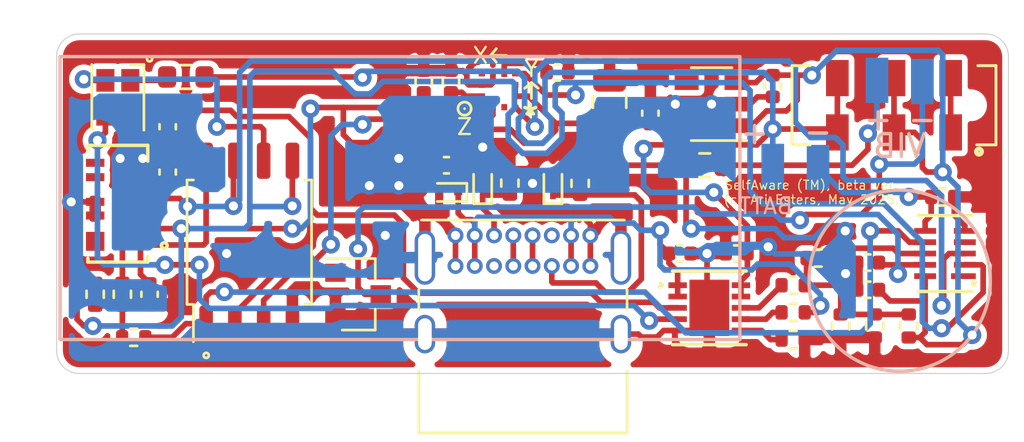
<source format=kicad_pcb>
(kicad_pcb (version 20171130) (host pcbnew "(5.1.9-0-10_14)")
  (layers (0 F.Cu signal) (31 B.Cu signal) (34 B.Paste user) (35 F.Paste user) (36 B.SilkS user) (37 F.SilkS user) (38 B.Mask user) (39 F.Mask user) (44 Edge.Cuts user))
  (net 0 "")
  (net 1 +3V3)
  (net 2 GND)
  (net 3 "Net-(C2-Pad1)")
  (net 4 PWR_ON)
  (net 5 VDD)
  (net 6 +BATT)
  (net 7 "Net-(D1-Pad1)")
  (net 8 ~CHRG)
  (net 9 ~FULL)
  (net 10 PB1)
  (net 11 "Net-(J1-PadA6)")
  (net 12 "Net-(J1-PadA7)")
  (net 13 "Net-(J1-PadA8)")
  (net 14 "Net-(J1-PadB8)")
  (net 15 Vib-)
  (net 16 Vib+)
  (net 17 -BATT)
  (net 18 PB4)
  (net 19 BATT_PRESENT)
  (net 20 "Net-(R3-Pad1)")
  (net 21 "Net-(R6-Pad1)")
  (net 22 ~RESET)
  (net 23 SDA)
  (net 24 SCL)
  (net 25 "Net-(R11-Pad1)")
  (net 26 "Net-(R12-Pad2)")
  (net 27 "Net-(SW1-Pad1)")
  (net 28 INTA1)
  (net 29 INTA2)
  (net 30 INTM)
  (net 31 "Net-(U2-Pad1)")
  (net 32 "Net-(U2-Pad4)")
  (net 33 "Net-(U3-Pad10)")
  (net 34 "Net-(U3-Pad7)")
  (net 35 "Net-(U3-Pad6)")
  (net 36 INTP)
  (net 37 "Net-(U6-Pad4)")
  (net 38 "Net-(D3-Pad1)")
  (net 39 "Net-(D4-Pad1)")
  (module 1_MyFootprints:STC3115AIQT (layer F.Cu) (at 159.2 99.7 180)
    (fp_text reference U2 hide)
    (fp_text value STC3115AIQT hide)
    (pad 1 smd rect (at -0.8128 -1.000001 180) (size 1.0922 0.254) (layers F.Cu F.Paste F.Mask) (net 31 "Net-(U2-Pad1)"))
    (pad 2 smd rect (at -0.8763 -0.499999 180) (size 0.9652 0.254) (layers F.Cu F.Paste F.Mask) (net 23 SDA))
    (pad 3 smd rect (at -0.8763 0 180) (size 0.9652 0.254) (layers F.Cu F.Paste F.Mask) (net 24 SCL))
    (pad 4 smd rect (at -0.8763 0.499999 180) (size 0.9652 0.254) (layers F.Cu F.Paste F.Mask) (net 32 "Net-(U2-Pad4)"))
    (pad 5 smd rect (at -0.8763 1.000001 180) (size 0.9652 0.254) (layers F.Cu F.Paste F.Mask) (net 2 GND))
    (pad 6 smd rect (at 0.8763 1.000001 180) (size 0.9652 0.254) (layers F.Cu F.Paste F.Mask) (net 17 -BATT))
    (pad 7 smd rect (at 0.8763 0.499999 180) (size 0.9652 0.254) (layers F.Cu F.Paste F.Mask) (net 22 ~RESET))
    (pad 8 smd rect (at 0.8763 0 180) (size 0.9652 0.254) (layers F.Cu F.Paste F.Mask) (net 20 "Net-(R3-Pad1)"))
    (pad 9 smd rect (at 0.8763 -0.499999 180) (size 0.9652 0.254) (layers F.Cu F.Paste F.Mask) (net 1 +3V3))
    (pad 10 smd rect (at 0.8763 -1.000001 180) (size 0.9652 0.254) (layers F.Cu F.Paste F.Mask) (net 4 PWR_ON))
  )
  (module 1_MyFootprints:SMD_Pads_X1_Y2_W3mm (layer B.Cu) (at 152.6 95.9)
    (fp_text reference J3 hide)
    (fp_text value Conn_01x02_Female hide)
    (fp_text user + (at -1.8 -1.55) (layer B.SilkS) (effects (justify mirror)))
    (fp_text user - (at 1 -1.6) (layer B.SilkS) (effects (justify mirror)))
    (fp_text user BATT (at -1.3 1.7) (layer B.SilkS) (effects (font (size 0.7 0.7) (thickness 0.1)) (justify mirror)))
    (pad 2 smd rect (at 1 0) (size 1 2) (layers B.Cu B.Paste B.Mask) (net 17 -BATT))
    (pad 1 smd rect (at -1 -0.05) (size 1 2) (layers B.Cu B.Paste B.Mask) (net 6 +BATT))
  )
  (module 1_MyFootprints:SMD_Pads_X1_Y2_W3mm (layer B.Cu) (at 157.2 92.1)
    (fp_text reference J2 hide)
    (fp_text value Conn_01x02_Female hide)
    (fp_text user + (at -0.95 1.65) (layer B.SilkS) (effects (justify mirror)))
    (fp_text user - (at 1 1.65) (layer B.SilkS) (effects (justify mirror)))
    (fp_text user VIB (at 0 2.85) (layer B.SilkS) (effects (justify mirror)))
    (pad 2 smd rect (at 1 0) (size 1 2) (layers B.Cu B.Paste B.Mask) (net 15 Vib-))
    (pad 1 smd rect (at -1 -0.05) (size 1 2) (layers B.Cu B.Paste B.Mask) (net 16 Vib+))
  )
  (module 1_MyFootprints:LSM303AGR (layer F.Cu) (at 139.5 92.5 180)
    (fp_text reference U1 hide)
    (fp_text value SON_03AGRTR_STM hide)
    (fp_text user Z (at 1.5 -1.6) (layer F.SilkS) (effects (font (size 0.7 0.7) (thickness 0.1))))
    (fp_text user Y (at -1.45 0.95) (layer F.SilkS) (effects (font (size 0.7 0.7) (thickness 0.1))))
    (fp_text user X (at 0.8 1.55) (layer F.SilkS) (effects (font (size 0.7 0.7) (thickness 0.1))))
    (fp_text user * (at -1.4 -1.15) (layer F.SilkS))
    (pad 1 smd rect (at -0.7366 -0.750189 270) (size 0.254 0.2794) (layers F.Cu F.Paste F.Mask) (net 24 SCL))
    (pad 2 smd rect (at -0.7366 -0.250063 270) (size 0.254 0.2794) (layers F.Cu F.Paste F.Mask) (net 1 +3V3))
    (pad 3 smd rect (at -0.7366 0.250063 270) (size 0.254 0.2794) (layers F.Cu F.Paste F.Mask) (net 1 +3V3))
    (pad 4 smd rect (at -0.7366 0.750189 270) (size 0.254 0.2794) (layers F.Cu F.Paste F.Mask) (net 23 SDA))
    (pad 5 smd rect (at -0.250063 0.7366 180) (size 0.254 0.2794) (layers F.Cu F.Paste F.Mask) (net 3 "Net-(C2-Pad1)"))
    (pad 6 smd rect (at 0.250063 0.7366 180) (size 0.254 0.2794) (layers F.Cu F.Paste F.Mask) (net 2 GND))
    (pad 7 smd rect (at 0.7366 0.750189 270) (size 0.254 0.2794) (layers F.Cu F.Paste F.Mask) (net 30 INTM))
    (pad 8 smd rect (at 0.7366 0.250063 270) (size 0.254 0.2794) (layers F.Cu F.Paste F.Mask) (net 2 GND))
    (pad 9 smd rect (at 0.7366 -0.250063 270) (size 0.254 0.2794) (layers F.Cu F.Paste F.Mask) (net 1 +3V3))
    (pad 10 smd rect (at 0.7366 -0.750189 270) (size 0.254 0.2794) (layers F.Cu F.Paste F.Mask) (net 1 +3V3))
    (pad 11 smd rect (at 0.250063 -0.7366 180) (size 0.254 0.2794) (layers F.Cu F.Paste F.Mask) (net 29 INTA2))
    (pad 12 smd rect (at -0.250063 -0.7366 180) (size 0.254 0.2794) (layers F.Cu F.Paste F.Mask) (net 28 INTA1))
  )
  (module Capacitor_SMD:C_0402_1005Metric (layer F.Cu) (at 150 99.7 180)
    (fp_text reference C9 hide)
    (fp_text value 4.7u hide)
    (pad 2 smd roundrect (at 0.48 0 180) (size 0.56 0.62) (layers F.Cu F.Paste F.Mask) (net 2 GND))
    (pad 1 smd roundrect (at -0.48 0 180) (size 0.56 0.62) (layers F.Cu F.Paste F.Mask) (net 6 +BATT))
  )
  (module 1_MyFootprints:MCP73834-CNI&slash_MF (layer F.Cu) (at 148.8 102.1)
    (fp_text reference U4 hide)
    (fp_text value MCP73834 hide)
    (pad 1 smd rect (at -1.397 -1.000001) (size 0.8128 0.254) (layers F.Cu F.Paste F.Mask) (net 5 VDD))
    (pad 2 smd rect (at -1.397 -0.499999) (size 0.8128 0.254) (layers F.Cu F.Paste F.Mask) (net 5 VDD))
    (pad 3 smd rect (at -1.397 0) (size 0.8128 0.254) (layers F.Cu F.Paste F.Mask) (net 8 ~CHRG))
    (pad 4 smd rect (at -1.397 0.499999) (size 0.8128 0.254) (layers F.Cu F.Paste F.Mask) (net 9 ~FULL))
    (pad 5 smd rect (at -1.397 1.000001) (size 0.8128 0.254) (layers F.Cu F.Paste F.Mask) (net 2 GND))
    (pad 6 smd rect (at 1.397 1.000001) (size 0.8128 0.254) (layers F.Cu F.Paste F.Mask) (net 25 "Net-(R11-Pad1)"))
    (pad 7 smd rect (at 1.397 0.499999) (size 0.8128 0.254) (layers F.Cu F.Paste F.Mask) (net 26 "Net-(R12-Pad2)"))
    (pad 8 smd rect (at 1.397 0) (size 0.8128 0.254) (layers F.Cu F.Paste F.Mask) (net 21 "Net-(R6-Pad1)"))
    (pad 9 smd rect (at 1.397 -0.499999) (size 0.8128 0.254) (layers F.Cu F.Paste F.Mask) (net 6 +BATT))
    (pad 10 smd rect (at 1.397 -1.000001) (size 0.8128 0.254) (layers F.Cu F.Paste F.Mask) (net 6 +BATT))
    (pad 11 smd rect (at 0 0) (size 1.7526 2.4892) (layers F.Cu F.Paste F.Mask) (net 2 GND))
  )
  (module Package_SO:SOIC-8_5.275x5.275mm_P1.27mm (layer F.Cu) (at 128.5 99.2 90)
    (fp_text reference U5 hide)
    (fp_text value ATtiny85-20SU hide)
    (pad 8 smd roundrect (at 3.6 -1.905 90) (size 1.6 0.6) (layers F.Cu F.Paste F.Mask) (net 1 +3V3))
    (pad 7 smd roundrect (at 3.6 -0.635 90) (size 1.6 0.6) (layers F.Cu F.Paste F.Mask) (net 24 SCL))
    (pad 6 smd roundrect (at 3.6 0.635 90) (size 1.6 0.6) (layers F.Cu F.Paste F.Mask) (net 10 PB1))
    (pad 5 smd roundrect (at 3.6 1.905 90) (size 1.6 0.6) (layers F.Cu F.Paste F.Mask) (net 23 SDA))
    (pad 4 smd roundrect (at -3.6 1.905 90) (size 1.6 0.6) (layers F.Cu F.Paste F.Mask) (net 2 GND))
    (pad 3 smd roundrect (at -3.6 0.635 90) (size 1.6 0.6) (layers F.Cu F.Paste F.Mask) (net 18 PB4))
    (pad 2 smd roundrect (at -3.6 -0.635 90) (size 1.6 0.6) (layers F.Cu F.Paste F.Mask) (net 29 INTA2))
    (pad 1 smd roundrect (at -3.6 -1.905 90) (size 1.6 0.6) (layers F.Cu F.Paste F.Mask) (net 22 ~RESET))
  )
  (module Button_Switch_SMD:SW_SPDT_CK-JS102011JAQN (layer F.Cu) (at 156.95 93.15 180)
    (fp_text reference SW1 hide)
    (fp_text value SW_SPDT hide)
    (pad 1 smd rect (at -2.5 -1.2 180) (size 1 1.6) (layers F.Cu F.Paste F.Mask) (net 27 "Net-(SW1-Pad1)"))
    (pad 2 smd rect (at 0 -1.2 180) (size 1 1.6) (layers F.Cu F.Paste F.Mask) (net 4 PWR_ON))
    (pad 3 smd rect (at 2.5 -1.2 180) (size 1 1.6) (layers F.Cu F.Paste F.Mask) (net 6 +BATT))
    (pad 3 smd rect (at 2.5 1.2 180) (size 1 1.6) (layers F.Cu F.Paste F.Mask) (net 6 +BATT))
    (pad 2 smd rect (at 0 1.2 180) (size 1 1.6) (layers F.Cu F.Paste F.Mask) (net 4 PWR_ON))
    (pad 1 smd rect (at -2.5 1.2 180) (size 1 1.6) (layers F.Cu F.Paste F.Mask) (net 27 "Net-(SW1-Pad1)"))
    (pad "" np_thru_hole circle (at -3.4 0 180) (size 0.9 0.9) (drill 0.9) (layers *.Cu *.Mask) (clearance 0.1))
    (pad "" np_thru_hole circle (at 3.4 0 180) (size 0.9 0.9) (drill 0.9) (layers *.Cu *.Mask) (clearance 0.1))
  )
  (module Capacitor_SMD:C_0402_1005Metric (layer F.Cu) (at 155.8 101.3 180)
    (fp_text reference C4 hide)
    (fp_text value 1u hide)
    (pad 2 smd roundrect (at 0.48 0 180) (size 0.56 0.62) (layers F.Cu F.Paste F.Mask) (net 2 GND))
    (pad 1 smd roundrect (at -0.48 0 180) (size 0.56 0.62) (layers F.Cu F.Paste F.Mask) (net 4 PWR_ON))
  )
  (module Connector_USB:USB_C_Receptacle_GCT_USB4085 (layer F.Cu) (at 137.6 98.9)
    (fp_text reference J1 hide)
    (fp_text value USB_C_Receptacle_GCT_USB4085 hide)
    (pad A1 thru_hole circle (at 0 0) (size 0.7 0.7) (drill 0.4) (layers *.Cu *.Mask) (net 2 GND))
    (pad A4 thru_hole circle (at 0.85 0) (size 0.7 0.7) (drill 0.4) (layers *.Cu *.Mask) (net 5 VDD))
    (pad A5 thru_hole circle (at 1.7 0) (size 0.7 0.7) (drill 0.4) (layers *.Cu *.Mask) (net 39 "Net-(D4-Pad1)"))
    (pad A6 thru_hole circle (at 2.55 0) (size 0.7 0.7) (drill 0.4) (layers *.Cu *.Mask) (net 11 "Net-(J1-PadA6)"))
    (pad A7 thru_hole circle (at 3.4 0) (size 0.7 0.7) (drill 0.4) (layers *.Cu *.Mask) (net 12 "Net-(J1-PadA7)"))
    (pad A8 thru_hole circle (at 4.25 0) (size 0.7 0.7) (drill 0.4) (layers *.Cu *.Mask) (net 13 "Net-(J1-PadA8)"))
    (pad A9 thru_hole circle (at 5.1 0) (size 0.7 0.7) (drill 0.4) (layers *.Cu *.Mask) (net 5 VDD))
    (pad A12 thru_hole circle (at 5.95 0) (size 0.7 0.7) (drill 0.4) (layers *.Cu *.Mask) (net 2 GND))
    (pad B9 thru_hole circle (at 0.85 1.35) (size 0.7 0.7) (drill 0.4) (layers *.Cu *.Mask) (net 5 VDD))
    (pad B7 thru_hole circle (at 2.55 1.35) (size 0.7 0.7) (drill 0.4) (layers *.Cu *.Mask) (net 11 "Net-(J1-PadA6)"))
    (pad B8 thru_hole circle (at 1.7 1.35) (size 0.7 0.7) (drill 0.4) (layers *.Cu *.Mask) (net 14 "Net-(J1-PadB8)"))
    (pad B12 thru_hole circle (at 0 1.35) (size 0.7 0.7) (drill 0.4) (layers *.Cu *.Mask) (net 2 GND))
    (pad B5 thru_hole circle (at 4.25 1.35) (size 0.7 0.7) (drill 0.4) (layers *.Cu *.Mask) (net 38 "Net-(D3-Pad1)"))
    (pad B4 thru_hole circle (at 5.1 1.35) (size 0.7 0.7) (drill 0.4) (layers *.Cu *.Mask) (net 5 VDD))
    (pad B1 thru_hole circle (at 5.95 1.35) (size 0.7 0.7) (drill 0.4) (layers *.Cu *.Mask) (net 2 GND))
    (pad B6 thru_hole circle (at 3.4 1.35) (size 0.7 0.7) (drill 0.4) (layers *.Cu *.Mask) (net 12 "Net-(J1-PadA7)"))
    (pad S1 thru_hole oval (at -1.35 0.98) (size 0.9 2.4) (drill oval 0.6 2.1) (layers *.Cu *.Mask) (net 2 GND))
    (pad S1 thru_hole oval (at 7.3 0.98) (size 0.9 2.4) (drill oval 0.6 2.1) (layers *.Cu *.Mask) (net 2 GND))
    (pad S1 thru_hole oval (at -1.35 4.36) (size 0.9 1.7) (drill oval 0.6 1.4) (layers *.Cu *.Mask) (net 2 GND))
    (pad S1 thru_hole oval (at 7.3 4.36) (size 0.9 1.7) (drill oval 0.6 1.4) (layers *.Cu *.Mask) (net 2 GND))
  )
  (module LED_SMD:LED_Cree-PLCC4_2x2mm_CW (layer F.Cu) (at 122.7 92.8 270)
    (fp_text reference D1 hide)
    (fp_text value LED_ABGR hide)
    (pad 1 smd rect (at -0.75 -0.55 270) (size 1 0.8) (layers F.Cu F.Paste F.Mask) (net 7 "Net-(D1-Pad1)"))
    (pad 2 smd rect (at 0.75 -0.55 270) (size 1 0.8) (layers F.Cu F.Paste F.Mask) (net 8 ~CHRG))
    (pad 3 smd rect (at 0.75 0.55 270) (size 1 0.8) (layers F.Cu F.Paste F.Mask) (net 9 ~FULL))
    (pad 4 smd rect (at -0.75 0.55 270) (size 1 0.8) (layers F.Cu F.Paste F.Mask) (net 10 PB1))
  )
  (module 1_MyFootprints:VCNL4020-GS08 (layer F.Cu) (at 122.7 97.5 180)
    (fp_text reference U3 hide)
    (fp_text value VCNL4020-GS08 hide)
    (pad 10 smd rect (at 1.000001 -1.662 180) (size 0.8128 0.8382) (layers F.Cu F.Paste F.Mask) (net 33 "Net-(U3-Pad10)"))
    (pad 9 smd rect (at 1.000001 -0.523 180) (size 0.8128 0.3556) (layers F.Cu F.Paste F.Mask) (net 2 GND))
    (pad 8 smd rect (at 1.000001 0.083 180) (size 0.8128 0.3556) (layers F.Cu F.Paste F.Mask) (net 2 GND))
    (pad 7 smd rect (at 1.000001 1.173 180) (size 0.8128 0.3556) (layers F.Cu F.Paste F.Mask) (net 34 "Net-(U3-Pad7)"))
    (pad 6 smd rect (at 1.000001 1.809 180) (size 0.8128 0.3556) (layers F.Cu F.Paste F.Mask) (net 35 "Net-(U3-Pad6)"))
    (pad 5 smd rect (at -1.000001 0.917 180) (size 0.8128 0.3556) (layers F.Cu F.Paste F.Mask) (net 1 +3V3))
    (pad 4 smd rect (at -1.000001 0.232 180) (size 0.8128 0.3556) (layers F.Cu F.Paste F.Mask) (net 24 SCL))
    (pad 3 smd rect (at -1.000001 -0.453 180) (size 0.8128 0.3556) (layers F.Cu F.Paste F.Mask) (net 36 INTP))
    (pad 2 smd rect (at -1.000001 -1.138 180) (size 0.8128 0.3556) (layers F.Cu F.Paste F.Mask) (net 23 SDA))
    (pad 1 smd rect (at -1.000001 -1.823 180) (size 0.8128 0.3556) (layers F.Cu F.Paste F.Mask) (net 1 +3V3))
  )
  (module Capacitor_SMD:C_0402_1005Metric (layer F.Cu) (at 124.1 101.5 270)
    (fp_text reference C1 hide)
    (fp_text value 100n hide)
    (pad 1 smd roundrect (at -0.48 0 270) (size 0.56 0.62) (layers F.Cu F.Paste F.Mask) (net 1 +3V3))
    (pad 2 smd roundrect (at 0.48 0 270) (size 0.56 0.62) (layers F.Cu F.Paste F.Mask) (net 2 GND))
  )
  (module Capacitor_SMD:C_0402_1005Metric (layer F.Cu) (at 142.1 91.7)
    (fp_text reference C2 hide)
    (fp_text value 220n hide)
    (pad 2 smd roundrect (at 0.48 0) (size 0.56 0.62) (layers F.Cu F.Paste F.Mask) (net 2 GND))
    (pad 1 smd roundrect (at -0.48 0) (size 0.56 0.62) (layers F.Cu F.Paste F.Mask) (net 3 "Net-(C2-Pad1)"))
  )
  (module Capacitor_SMD:C_0402_1005Metric (layer F.Cu) (at 124.9 96.1 90)
    (fp_text reference C3 hide)
    (fp_text value 100n hide)
    (pad 1 smd roundrect (at -0.48 0 90) (size 0.56 0.62) (layers F.Cu F.Paste F.Mask) (net 1 +3V3))
    (pad 2 smd roundrect (at 0.48 0 90) (size 0.56 0.62) (layers F.Cu F.Paste F.Mask) (net 2 GND))
  )
  (module Capacitor_SMD:C_0402_1005Metric (layer F.Cu) (at 155.8 100.1 180)
    (fp_text reference C5 hide)
    (fp_text value 100n hide)
    (pad 1 smd roundrect (at -0.48 0 180) (size 0.56 0.62) (layers F.Cu F.Paste F.Mask) (net 1 +3V3))
    (pad 2 smd roundrect (at 0.48 0 180) (size 0.56 0.62) (layers F.Cu F.Paste F.Mask) (net 2 GND))
  )
  (module Capacitor_SMD:C_0402_1005Metric (layer F.Cu) (at 136.2 92.1 90)
    (fp_text reference C6 hide)
    (fp_text value 100n hide)
    (pad 1 smd roundrect (at -0.48 0 90) (size 0.56 0.62) (layers F.Cu F.Paste F.Mask) (net 1 +3V3))
    (pad 2 smd roundrect (at 0.48 0 90) (size 0.56 0.62) (layers F.Cu F.Paste F.Mask) (net 2 GND))
  )
  (module Capacitor_SMD:C_0402_1005Metric (layer F.Cu) (at 137.4 92.1 90)
    (fp_text reference C7 hide)
    (fp_text value 100n hide)
    (pad 2 smd roundrect (at 0.48 0 90) (size 0.56 0.62) (layers F.Cu F.Paste F.Mask) (net 2 GND))
    (pad 1 smd roundrect (at -0.48 0 90) (size 0.56 0.62) (layers F.Cu F.Paste F.Mask) (net 1 +3V3))
  )
  (module Capacitor_SMD:C_0402_1005Metric (layer F.Cu) (at 147.5 99.7)
    (fp_text reference C8 hide)
    (fp_text value 100n hide)
    (pad 1 smd roundrect (at -0.48 0) (size 0.56 0.62) (layers F.Cu F.Paste F.Mask) (net 5 VDD))
    (pad 2 smd roundrect (at 0.48 0) (size 0.56 0.62) (layers F.Cu F.Paste F.Mask) (net 2 GND))
  )
  (module Capacitor_SMD:C_0402_1005Metric (layer F.Cu) (at 124.9 94.1 270)
    (fp_text reference C10 hide)
    (fp_text value 100n hide)
    (pad 2 smd roundrect (at 0.48 0 270) (size 0.56 0.62) (layers F.Cu F.Paste F.Mask) (net 2 GND))
    (pad 1 smd roundrect (at -0.48 0 270) (size 0.56 0.62) (layers F.Cu F.Paste F.Mask) (net 1 +3V3))
  )
  (module Capacitor_SMD:C_0402_1005Metric (layer F.Cu) (at 151.6 92.3 270)
    (fp_text reference C11 hide)
    (fp_text value 100n hide)
    (pad 2 smd roundrect (at 0.48 0 270) (size 0.56 0.62) (layers F.Cu F.Paste F.Mask) (net 2 GND))
    (pad 1 smd roundrect (at -0.48 0 270) (size 0.56 0.62) (layers F.Cu F.Paste F.Mask) (net 4 PWR_ON))
  )
  (module Capacitor_SMD:C_0402_1005Metric (layer F.Cu) (at 137.2 95.8 180)
    (fp_text reference C13 hide)
    (fp_text value 10u hide)
    (pad 2 smd roundrect (at 0.48 0 180) (size 0.56 0.62) (layers F.Cu F.Paste F.Mask) (net 2 GND))
    (pad 1 smd roundrect (at -0.48 0 180) (size 0.56 0.62) (layers F.Cu F.Paste F.Mask) (net 5 VDD))
  )
  (module Capacitor_SMD:C_0402_1005Metric (layer F.Cu) (at 146.2 93.5 90)
    (fp_text reference C12 hide)
    (fp_text value 100n hide)
    (pad 1 smd roundrect (at -0.48 0 90) (size 0.56 0.62) (layers F.Cu F.Paste F.Mask) (net 1 +3V3))
    (pad 2 smd roundrect (at 0.48 0 90) (size 0.56 0.62) (layers F.Cu F.Paste F.Mask) (net 2 GND))
  )
  (module Capacitor_SMD:C_0805_2012Metric (layer F.Cu) (at 144.4 93 90)
    (fp_text reference C14 hide)
    (fp_text value 47u hide)
    (pad 1 smd roundrect (at -0.95 0 90) (size 1 1.45) (layers F.Cu F.Paste F.Mask) (net 1 +3V3))
    (pad 2 smd roundrect (at 0.95 0 90) (size 1 1.45) (layers F.Cu F.Paste F.Mask) (net 2 GND))
  )
  (module Package_TO_SOT_SMD:SOT-23 (layer F.Cu) (at 133.3 101.5)
    (fp_text reference Q1 hide)
    (fp_text value 2N7002 hide)
    (pad 3 smd rect (at 1 0) (size 0.9 0.8) (layers F.Cu F.Paste F.Mask) (net 15 Vib-))
    (pad 2 smd rect (at -1 0.95) (size 0.9 0.8) (layers F.Cu F.Paste F.Mask) (net 2 GND))
    (pad 1 smd rect (at -1 -0.95) (size 0.9 0.8) (layers F.Cu F.Paste F.Mask) (net 18 PB4))
  )
  (module Resistor_SMD:R_0603_1608Metric (layer F.Cu) (at 125.7 91.9 180)
    (fp_text reference R1 hide)
    (fp_text value 220 hide)
    (pad 2 smd roundrect (at 0.825 0 180) (size 0.8 0.95) (layers F.Cu F.Paste F.Mask) (net 7 "Net-(D1-Pad1)"))
    (pad 1 smd roundrect (at -0.825 0 180) (size 0.8 0.95) (layers F.Cu F.Paste F.Mask) (net 6 +BATT))
  )
  (module Resistor_SMD:R_0402_1005Metric (layer F.Cu) (at 159.1 97.2)
    (fp_text reference R2 hide)
    (fp_text value 50m hide)
    (pad 2 smd roundrect (at 0.51 0) (size 0.54 0.64) (layers F.Cu F.Paste F.Mask) (net 2 GND))
    (pad 1 smd roundrect (at -0.51 0) (size 0.54 0.64) (layers F.Cu F.Paste F.Mask) (net 17 -BATT))
  )
  (module Resistor_SMD:R_0402_1005Metric (layer F.Cu) (at 153.6 99.9 180)
    (fp_text reference R3 hide)
    (fp_text value 1k hide)
    (pad 2 smd roundrect (at 0.51 0 180) (size 0.54 0.64) (layers F.Cu F.Paste F.Mask) (net 19 BATT_PRESENT))
    (pad 1 smd roundrect (at -0.51 0 180) (size 0.54 0.64) (layers F.Cu F.Paste F.Mask) (net 20 "Net-(R3-Pad1)"))
  )
  (module Resistor_SMD:R_0402_1005Metric (layer F.Cu) (at 157.6 102.9 90)
    (fp_text reference R4 hide)
    (fp_text value 1M hide)
    (pad 2 smd roundrect (at 0.51 0 90) (size 0.54 0.64) (layers F.Cu F.Paste F.Mask) (net 19 BATT_PRESENT))
    (pad 1 smd roundrect (at -0.51 0 90) (size 0.54 0.64) (layers F.Cu F.Paste F.Mask) (net 4 PWR_ON))
  )
  (module Resistor_SMD:R_0402_1005Metric (layer F.Cu) (at 154.6 102.9 270)
    (fp_text reference R5 hide)
    (fp_text value 130k hide)
    (pad 1 smd roundrect (at -0.51 0 270) (size 0.54 0.64) (layers F.Cu F.Paste F.Mask) (net 19 BATT_PRESENT))
    (pad 2 smd roundrect (at 0.51 0 270) (size 0.54 0.64) (layers F.Cu F.Paste F.Mask) (net 2 GND))
  )
  (module Resistor_SMD:R_0402_1005Metric (layer F.Cu) (at 152.5 101.1)
    (fp_text reference R6 hide)
    (fp_text value 909 hide)
    (pad 2 smd roundrect (at 0.51 0) (size 0.54 0.64) (layers F.Cu F.Paste F.Mask) (net 19 BATT_PRESENT))
    (pad 1 smd roundrect (at -0.51 0) (size 0.54 0.64) (layers F.Cu F.Paste F.Mask) (net 21 "Net-(R6-Pad1)"))
  )
  (module Resistor_SMD:R_0402_1005Metric (layer F.Cu) (at 123.4 103.4 180)
    (fp_text reference R7 hide)
    (fp_text value 4.7k hide)
    (pad 1 smd roundrect (at -0.51 0 180) (size 0.54 0.64) (layers F.Cu F.Paste F.Mask) (net 22 ~RESET))
    (pad 2 smd roundrect (at 0.51 0 180) (size 0.54 0.64) (layers F.Cu F.Paste F.Mask) (net 1 +3V3))
  )
  (module Resistor_SMD:R_0603_1608Metric (layer F.Cu) (at 148.6 95.8)
    (fp_text reference R8 hide)
    (fp_text value 22 hide)
    (pad 1 smd roundrect (at -0.825 0) (size 0.8 0.95) (layers F.Cu F.Paste F.Mask) (net 1 +3V3))
    (pad 2 smd roundrect (at 0.825 0) (size 0.8 0.95) (layers F.Cu F.Paste F.Mask) (net 16 Vib+))
  )
  (module Resistor_SMD:R_0402_1005Metric (layer F.Cu) (at 121.7 101.5 270)
    (fp_text reference R9 hide)
    (fp_text value 4.7k hide)
    (pad 2 smd roundrect (at 0.51 0 270) (size 0.54 0.64) (layers F.Cu F.Paste F.Mask) (net 1 +3V3))
    (pad 1 smd roundrect (at -0.51 0 270) (size 0.54 0.64) (layers F.Cu F.Paste F.Mask) (net 23 SDA))
  )
  (module Resistor_SMD:R_0402_1005Metric (layer F.Cu) (at 122.9 101.5 270)
    (fp_text reference R10 hide)
    (fp_text value 4.7k hide)
    (pad 1 smd roundrect (at -0.51 0 270) (size 0.54 0.64) (layers F.Cu F.Paste F.Mask) (net 24 SCL))
    (pad 2 smd roundrect (at 0.51 0 270) (size 0.54 0.64) (layers F.Cu F.Paste F.Mask) (net 1 +3V3))
  )
  (module Resistor_SMD:R_0402_1005Metric (layer F.Cu) (at 152.5 103.5)
    (fp_text reference R11 hide)
    (fp_text value 22k hide)
    (pad 2 smd roundrect (at 0.51 0) (size 0.54 0.64) (layers F.Cu F.Paste F.Mask) (net 2 GND))
    (pad 1 smd roundrect (at -0.51 0) (size 0.54 0.64) (layers F.Cu F.Paste F.Mask) (net 25 "Net-(R11-Pad1)"))
  )
  (module Resistor_SMD:R_0402_1005Metric (layer F.Cu) (at 152.5 102.3 180)
    (fp_text reference R12 hide)
    (fp_text value 1M hide)
    (pad 1 smd roundrect (at -0.51 0 180) (size 0.54 0.64) (layers F.Cu F.Paste F.Mask) (net 5 VDD))
    (pad 2 smd roundrect (at 0.51 0 180) (size 0.54 0.64) (layers F.Cu F.Paste F.Mask) (net 26 "Net-(R12-Pad2)"))
  )
  (module Resistor_SMD:R_0402_1005Metric (layer F.Cu) (at 140 96.59 90)
    (fp_text reference R13 hide)
    (fp_text value 5.1k hide)
    (pad 2 smd roundrect (at 0.51 0 90) (size 0.54 0.64) (layers F.Cu F.Paste F.Mask) (net 2 GND))
    (pad 1 smd roundrect (at -0.51 0 90) (size 0.54 0.64) (layers F.Cu F.Paste F.Mask) (net 39 "Net-(D4-Pad1)"))
  )
  (module Resistor_SMD:R_0402_1005Metric (layer F.Cu) (at 143.1 96.6 90)
    (fp_text reference R14 hide)
    (fp_text value 5.1k hide)
    (pad 1 smd roundrect (at -0.51 0 90) (size 0.54 0.64) (layers F.Cu F.Paste F.Mask) (net 38 "Net-(D3-Pad1)"))
    (pad 2 smd roundrect (at 0.51 0 90) (size 0.54 0.64) (layers F.Cu F.Paste F.Mask) (net 2 GND))
  )
  (module Resistor_SMD:R_0402_1005Metric (layer F.Cu) (at 156.1 102.9 270)
    (fp_text reference TH1 hide)
    (fp_text value "10k therm" hide)
    (pad 1 smd roundrect (at -0.51 0 270) (size 0.54 0.64) (layers F.Cu F.Paste F.Mask) (net 19 BATT_PRESENT))
    (pad 2 smd roundrect (at 0.51 0 270) (size 0.54 0.64) (layers F.Cu F.Paste F.Mask) (net 2 GND))
  )
  (module Package_TO_SOT_SMD:SOT-23-5 (layer F.Cu) (at 148.9 93.1 180)
    (fp_text reference U6 hide)
    (fp_text value AP2112K-3.3 hide)
    (pad 1 smd rect (at -1.1 -0.95 180) (size 1.06 0.65) (layers F.Cu F.Paste F.Mask) (net 4 PWR_ON))
    (pad 2 smd rect (at -1.1 0 180) (size 1.06 0.65) (layers F.Cu F.Paste F.Mask) (net 2 GND))
    (pad 3 smd rect (at -1.1 0.95 180) (size 1.06 0.65) (layers F.Cu F.Paste F.Mask) (net 4 PWR_ON))
    (pad 4 smd rect (at 1.1 0.95 180) (size 1.06 0.65) (layers F.Cu F.Paste F.Mask) (net 37 "Net-(U6-Pad4)"))
    (pad 5 smd rect (at 1.1 -0.95 180) (size 1.06 0.65) (layers F.Cu F.Paste F.Mask) (net 1 +3V3))
  )
  (module Diode_SMD:D_SOD-923 (layer F.Cu) (at 137.3 97 180)
    (fp_text reference D2 hide)
    (fp_text value ESD9B5.0ST5G hide)
    (pad 2 smd rect (at 0.42 0) (size 0.36 0.25) (layers F.Cu F.Paste F.Mask) (net 2 GND))
    (pad 1 smd rect (at -0.42 0) (size 0.36 0.25) (layers F.Cu F.Paste F.Mask) (net 5 VDD))
  )
  (module Diode_SMD:D_SOD-923 (layer F.Cu) (at 141.9 96.7 90)
    (fp_text reference D3 hide)
    (fp_text value ESD9B3.3ST5G hide)
    (pad 1 smd rect (at -0.42 0 270) (size 0.36 0.25) (layers F.Cu F.Paste F.Mask) (net 38 "Net-(D3-Pad1)"))
    (pad 2 smd rect (at 0.42 0 270) (size 0.36 0.25) (layers F.Cu F.Paste F.Mask) (net 2 GND))
  )
  (module Diode_SMD:D_SOD-923 (layer F.Cu) (at 138.8 96.7 90)
    (fp_text reference D4 hide)
    (fp_text value ESD9B3.3ST5G hide)
    (pad 1 smd rect (at -0.42 0 270) (size 0.36 0.25) (layers F.Cu F.Paste F.Mask) (net 39 "Net-(D4-Pad1)"))
    (pad 2 smd rect (at 0.42 0 270) (size 0.36 0.25) (layers F.Cu F.Paste F.Mask) (net 2 GND))
  )
  (gr_text "SelfAware (TM), beta ver.\n(c) Ari Esters, May 2025." (at 153.3 97) (layer F.SilkS) (effects (font (size 0.4 0.4) (thickness 0.05))))
  (gr_circle (center 157.2 100.9) (end 161.2 100.9) (layer B.SilkS) (width 0.15))
  (gr_line (start 120.15 103.5) (end 150.15 103.5) (layer B.SilkS) (width 0.15))
  (gr_line (start 150.15 91) (end 150.15 103.5) (layer B.SilkS) (width 0.15))
  (gr_line (start 120.15 91) (end 120.15 103.5) (layer B.SilkS) (width 0.15))
  (gr_line (start 120.15 91) (end 150.15 91) (layer B.SilkS) (width 0.15))
  (gr_arc (start 161 91) (end 162 91) (angle -90) (layer Edge.Cuts) (width 0.05))
  (gr_arc (start 121 91) (end 121 90) (angle -90) (layer Edge.Cuts) (width 0.05))
  (gr_arc (start 121 104) (end 120 104) (angle -90) (layer Edge.Cuts) (width 0.05))
  (gr_arc (start 161 104) (end 161 105) (angle -90) (layer Edge.Cuts) (width 0.05))
  (gr_line (start 162 91) (end 162 104) (layer Edge.Cuts) (width 0.05))
  (gr_line (start 121 105) (end 161 105) (layer Edge.Cuts) (width 0.05))
  (gr_line (start 120 91) (end 120 104) (layer Edge.Cuts) (width 0.05))
  (gr_line (start 121 90) (end 161 90) (layer Edge.Cuts) (width 0.05))
  (segment (start 124.897 96.583) (end 124.9 96.58) (width 0.25) (layer F.Cu) (net 1))
  (segment (start 123.700001 96.583) (end 124.897 96.583) (width 0.25) (layer F.Cu) (net 1))
  (segment (start 123.700001 99.323) (end 126.477 99.323) (width 0.25) (layer F.Cu) (net 1))
  (segment (start 126.477 99.323) (end 126.595 99.205) (width 0.25) (layer F.Cu) (net 1))
  (segment (start 121.7 102.01) (end 122.9 102.01) (width 0.25) (layer F.Cu) (net 1))
  (segment (start 122.9 103.39) (end 122.89 103.4) (width 0.25) (layer F.Cu) (net 1))
  (segment (start 122.9 102.01) (end 122.9 103.39) (width 0.25) (layer F.Cu) (net 1))
  (segment (start 123.89 101.02) (end 124.1 101.02) (width 0.25) (layer F.Cu) (net 1))
  (segment (start 122.9 102.01) (end 123.89 101.02) (width 0.25) (layer F.Cu) (net 1))
  (segment (start 123.700001 100.620001) (end 124.1 101.02) (width 0.25) (layer F.Cu) (net 1))
  (segment (start 123.700001 99.323) (end 123.700001 100.620001) (width 0.25) (layer F.Cu) (net 1))
  (segment (start 125.8 96.395) (end 125.615 96.58) (width 0.25) (layer F.Cu) (net 1))
  (segment (start 125.72 93.62) (end 125.8 93.7) (width 0.25) (layer F.Cu) (net 1))
  (segment (start 125.615 96.58) (end 124.9 96.58) (width 0.25) (layer F.Cu) (net 1))
  (segment (start 124.9 93.62) (end 125.72 93.62) (width 0.25) (layer F.Cu) (net 1))
  (segment (start 126.595 95.6) (end 125.8 95.6) (width 0.25) (layer F.Cu) (net 1))
  (segment (start 125.8 95.6) (end 125.8 96.395) (width 0.25) (layer F.Cu) (net 1))
  (segment (start 125.8 93.7) (end 125.8 95.6) (width 0.25) (layer F.Cu) (net 1))
  (segment (start 137.4 92.58) (end 137.88 92.58) (width 0.25) (layer F.Cu) (net 1))
  (segment (start 138.050063 92.750063) (end 138.7634 92.750063) (width 0.25) (layer F.Cu) (net 1))
  (segment (start 137.88 92.58) (end 138.050063 92.750063) (width 0.25) (layer F.Cu) (net 1))
  (segment (start 136.2 92.58) (end 136.2 93.2) (width 0.25) (layer F.Cu) (net 1))
  (via (at 130.4 98.600003) (size 0.8) (drill 0.4) (layers F.Cu B.Cu) (net 1))
  (segment (start 136.2 93.2) (end 136.250189 93.250189) (width 0.25) (layer F.Cu) (net 1))
  (segment (start 140.823065 92.750063) (end 142.023002 93.95) (width 0.25) (layer F.Cu) (net 1))
  (segment (start 142.023002 93.95) (end 144.4 93.95) (width 0.25) (layer F.Cu) (net 1))
  (segment (start 140.2366 92.750063) (end 140.823065 92.750063) (width 0.25) (layer F.Cu) (net 1))
  (segment (start 137.4 93.2) (end 137.450189 93.250189) (width 0.25) (layer F.Cu) (net 1))
  (segment (start 137.4 92.58) (end 137.4 93.2) (width 0.25) (layer F.Cu) (net 1))
  (segment (start 137.450189 93.250189) (end 138.7634 93.250189) (width 0.25) (layer F.Cu) (net 1))
  (segment (start 136.250189 93.250189) (end 137.450189 93.250189) (width 0.25) (layer F.Cu) (net 1))
  (via (at 131.2 93.3) (size 0.8) (drill 0.4) (layers F.Cu B.Cu) (net 1))
  (segment (start 131.249811 93.250189) (end 131.2 93.3) (width 0.25) (layer F.Cu) (net 1))
  (segment (start 146.17 93.95) (end 146.2 93.98) (width 0.25) (layer F.Cu) (net 1))
  (segment (start 144.4 93.95) (end 146.17 93.95) (width 0.25) (layer F.Cu) (net 1))
  (segment (start 147.73 93.98) (end 147.8 94.05) (width 0.25) (layer F.Cu) (net 1))
  (segment (start 146.2 93.98) (end 147.73 93.98) (width 0.25) (layer F.Cu) (net 1))
  (segment (start 147.8 95.775) (end 147.775 95.8) (width 0.25) (layer F.Cu) (net 1))
  (via (at 157.125 100.6) (size 0.8) (drill 0.4) (layers F.Cu B.Cu) (net 1))
  (segment (start 156.379999 100.199999) (end 156.28 100.1) (width 0.25) (layer F.Cu) (net 1))
  (segment (start 157.125 100.224998) (end 157.100001 100.199999) (width 0.25) (layer F.Cu) (net 1))
  (segment (start 157.125 100.6) (end 157.125 100.224998) (width 0.25) (layer F.Cu) (net 1))
  (segment (start 157.100001 100.199999) (end 156.379999 100.199999) (width 0.25) (layer F.Cu) (net 1))
  (segment (start 158.3237 100.199999) (end 157.100001 100.199999) (width 0.25) (layer F.Cu) (net 1))
  (segment (start 126.599997 98.600003) (end 126.595 98.605) (width 0.25) (layer F.Cu) (net 1))
  (segment (start 130.4 98.600003) (end 126.599997 98.600003) (width 0.25) (layer F.Cu) (net 1))
  (segment (start 126.595 98.605) (end 126.595 95.6) (width 0.25) (layer F.Cu) (net 1))
  (segment (start 126.595 99.205) (end 126.595 98.605) (width 0.25) (layer F.Cu) (net 1))
  (segment (start 140.2366 92.249937) (end 140.2366 92.750063) (width 0.25) (layer F.Cu) (net 1))
  (segment (start 142.023002 93.95) (end 142.023002 94.25) (width 0.25) (layer F.Cu) (net 1))
  (segment (start 141.448001 94.825001) (end 140.625001 94.825001) (width 0.25) (layer F.Cu) (net 1))
  (segment (start 142.023002 94.25) (end 141.448001 94.825001) (width 0.25) (layer F.Cu) (net 1))
  (segment (start 140.625001 94.825001) (end 140.014061 94.214061) (width 0.25) (layer F.Cu) (net 1))
  (segment (start 140.014061 94.214061) (end 134.385939 94.214061) (width 0.25) (layer F.Cu) (net 1))
  (segment (start 134.385939 94.214061) (end 133.8 94.8) (width 0.25) (layer F.Cu) (net 1))
  (segment (start 132.649811 94.449811) (end 132.649811 93.250189) (width 0.25) (layer F.Cu) (net 1))
  (segment (start 133 94.8) (end 132.649811 94.449811) (width 0.25) (layer F.Cu) (net 1))
  (segment (start 132.649811 93.250189) (end 131.249811 93.250189) (width 0.25) (layer F.Cu) (net 1))
  (segment (start 136.250189 93.250189) (end 132.649811 93.250189) (width 0.25) (layer F.Cu) (net 1))
  (segment (start 144.4 93.95) (end 144.4 95.5) (width 0.25) (layer F.Cu) (net 1))
  (segment (start 144.7 95.8) (end 147.775 95.8) (width 0.25) (layer F.Cu) (net 1))
  (segment (start 144.4 95.5) (end 144.7 95.8) (width 0.25) (layer F.Cu) (net 1))
  (via (at 148 98.6) (size 0.8) (drill 0.4) (layers F.Cu B.Cu) (net 1))
  (segment (start 147.775 98.375) (end 148 98.6) (width 0.25) (layer F.Cu) (net 1))
  (segment (start 147.775 95.8) (end 147.775 98.375) (width 0.25) (layer F.Cu) (net 1))
  (segment (start 156.248001 97.974999) (end 157.125 98.851998) (width 0.25) (layer B.Cu) (net 1))
  (segment (start 148 98.6) (end 151.7 98.6) (width 0.25) (layer B.Cu) (net 1))
  (segment (start 153.426998 99) (end 154.451999 97.974999) (width 0.25) (layer B.Cu) (net 1))
  (segment (start 157.125 98.851998) (end 157.125 100.6) (width 0.25) (layer B.Cu) (net 1))
  (segment (start 152.1 99) (end 153.426998 99) (width 0.25) (layer B.Cu) (net 1))
  (segment (start 151.7 98.6) (end 152.1 99) (width 0.25) (layer B.Cu) (net 1))
  (segment (start 154.451999 97.974999) (end 156.248001 97.974999) (width 0.25) (layer B.Cu) (net 1))
  (segment (start 133.8 94.8) (end 133 94.8) (width 0.25) (layer F.Cu) (net 1))
  (segment (start 131.2 98.2) (end 131.2 93.3) (width 0.25) (layer B.Cu) (net 1))
  (segment (start 130.799997 98.600003) (end 131.2 98.2) (width 0.25) (layer B.Cu) (net 1))
  (segment (start 130.4 98.600003) (end 130.799997 98.600003) (width 0.25) (layer B.Cu) (net 1))
  (segment (start 160.0763 98.699999) (end 160.0763 98.4763) (width 0.25) (layer F.Cu) (net 2))
  (segment (start 159.61 98.01) (end 159.61 97.2) (width 0.25) (layer F.Cu) (net 2))
  (segment (start 160.0763 98.4763) (end 159.61 98.01) (width 0.25) (layer F.Cu) (net 2))
  (segment (start 120.642 97.417) (end 121.699999 97.417) (width 0.25) (layer F.Cu) (net 2))
  (via (at 120.642 97.417) (size 0.8) (drill 0.4) (layers F.Cu B.Cu) (net 2))
  (segment (start 138.8 96.28) (end 139.22 96.28) (width 0.25) (layer F.Cu) (net 2))
  (segment (start 139.42 96.08) (end 140 96.08) (width 0.25) (layer F.Cu) (net 2))
  (segment (start 139.22 96.28) (end 139.42 96.08) (width 0.25) (layer F.Cu) (net 2))
  (via (at 123.8 95.5) (size 0.8) (drill 0.4) (layers F.Cu B.Cu) (net 2))
  (segment (start 138.186347 92.249937) (end 138.1 92.16359) (width 0.25) (layer F.Cu) (net 2))
  (segment (start 138.7634 92.249937) (end 138.186347 92.249937) (width 0.25) (layer F.Cu) (net 2))
  (segment (start 138.1 92.16359) (end 138.1 91.8) (width 0.25) (layer F.Cu) (net 2))
  (segment (start 137.92 91.62) (end 137.4 91.62) (width 0.25) (layer F.Cu) (net 2))
  (segment (start 138.1 91.8) (end 137.92 91.62) (width 0.25) (layer F.Cu) (net 2))
  (segment (start 139.1531 92.249937) (end 138.7634 92.249937) (width 0.25) (layer F.Cu) (net 2))
  (segment (start 139.249937 92.1531) (end 139.1531 92.249937) (width 0.25) (layer F.Cu) (net 2))
  (segment (start 139.249937 91.7634) (end 139.249937 92.1531) (width 0.25) (layer F.Cu) (net 2))
  (segment (start 145.799095 103.391131) (end 146.495097 103.391131) (width 0.25) (layer F.Cu) (net 2))
  (segment (start 145.667964 103.26) (end 145.799095 103.391131) (width 0.25) (layer F.Cu) (net 2))
  (segment (start 144.9 103.26) (end 145.667964 103.26) (width 0.25) (layer F.Cu) (net 2))
  (segment (start 146.786227 103.100001) (end 147.403 103.100001) (width 0.25) (layer F.Cu) (net 2))
  (segment (start 146.495097 103.391131) (end 146.786227 103.100001) (width 0.25) (layer F.Cu) (net 2))
  (segment (start 137.6 98.9) (end 137.6 100.25) (width 0.25) (layer F.Cu) (net 2))
  (segment (start 143.55 98.9) (end 143.55 100.25) (width 0.25) (layer F.Cu) (net 2))
  (segment (start 143.55 98.405026) (end 143.144974 98) (width 0.25) (layer F.Cu) (net 2))
  (segment (start 143.55 98.9) (end 143.55 98.405026) (width 0.25) (layer F.Cu) (net 2))
  (segment (start 143.144974 98) (end 141.3 98) (width 0.25) (layer F.Cu) (net 2))
  (via (at 141 96.6) (size 0.8) (drill 0.4) (layers F.Cu B.Cu) (net 2))
  (segment (start 141 97.7) (end 141 96.6) (width 0.25) (layer F.Cu) (net 2))
  (segment (start 141.3 98) (end 141 97.7) (width 0.25) (layer F.Cu) (net 2))
  (via (at 154.8 98.7) (size 0.8) (drill 0.4) (layers F.Cu B.Cu) (net 2))
  (via (at 154.812653 100.587347) (size 0.8) (drill 0.4) (layers F.Cu B.Cu) (net 2))
  (segment (start 154.8 100.574694) (end 154.812653 100.587347) (width 0.25) (layer B.Cu) (net 2))
  (segment (start 154.8 98.7) (end 154.8 100.574694) (width 0.25) (layer B.Cu) (net 2))
  (segment (start 154.812653 100.587347) (end 155.212653 100.587347) (width 0.25) (layer F.Cu) (net 2))
  (segment (start 155.32 100.48) (end 155.32 100.1) (width 0.25) (layer F.Cu) (net 2))
  (segment (start 155.212653 100.587347) (end 155.32 100.48) (width 0.25) (layer F.Cu) (net 2))
  (via (at 151.4 99.406239) (size 0.8) (drill 0.4) (layers F.Cu B.Cu) (net 2))
  (via (at 148.7 99.7) (size 0.8) (drill 0.4) (layers F.Cu B.Cu) (net 2))
  (via (at 134.5 98.9) (size 0.8) (drill 0.4) (layers F.Cu B.Cu) (net 2))
  (segment (start 150 93.1) (end 150.6 93.1) (width 0.25) (layer F.Cu) (net 2))
  (segment (start 150.92 92.78) (end 151.6 92.78) (width 0.25) (layer F.Cu) (net 2))
  (segment (start 150.6 93.1) (end 150.92 92.78) (width 0.25) (layer F.Cu) (net 2))
  (via (at 147.3 93.1) (size 0.8) (drill 0.4) (layers F.Cu B.Cu) (net 2))
  (via (at 148.9 93.1) (size 0.8) (drill 0.4) (layers F.Cu B.Cu) (net 2))
  (segment (start 150 93.1) (end 148.9 93.1) (width 0.25) (layer F.Cu) (net 2))
  (segment (start 148.0214 103.100001) (end 147.403 103.100001) (width 0.25) (layer F.Cu) (net 2))
  (segment (start 148.7 102.421401) (end 148.0214 103.100001) (width 0.25) (layer F.Cu) (net 2))
  (segment (start 148.7 99.7) (end 148.7 102.421401) (width 0.25) (layer F.Cu) (net 2))
  (via (at 127.5 99.7) (size 0.8) (drill 0.4) (layers F.Cu B.Cu) (net 2))
  (via (at 133.8 96.7) (size 0.8) (drill 0.4) (layers F.Cu B.Cu) (net 2))
  (via (at 138.8 95) (size 0.8) (drill 0.4) (layers F.Cu B.Cu) (net 2))
  (via (at 135.1 95.5) (size 0.8) (drill 0.4) (layers F.Cu B.Cu) (net 2))
  (via (at 135.1 96.7) (size 0.8) (drill 0.4) (layers F.Cu B.Cu) (net 2))
  (via (at 122.8 95.5) (size 0.8) (drill 0.4) (layers F.Cu B.Cu) (net 2))
  (segment (start 151.713668 99.719907) (end 151.4 99.406239) (width 0.25) (layer B.Cu) (net 2))
  (segment (start 153.945213 99.719907) (end 151.713668 99.719907) (width 0.25) (layer B.Cu) (net 2))
  (segment (start 154.812653 100.587347) (end 153.945213 99.719907) (width 0.25) (layer B.Cu) (net 2))
  (segment (start 148.7 99.7) (end 149.1 99.3) (width 0.25) (layer B.Cu) (net 2))
  (segment (start 151.293761 99.3) (end 151.4 99.406239) (width 0.25) (layer B.Cu) (net 2))
  (segment (start 149.1 99.3) (end 151.293761 99.3) (width 0.25) (layer B.Cu) (net 2))
  (segment (start 139.836899 91.29781) (end 141.49781 91.29781) (width 0.25) (layer F.Cu) (net 3))
  (segment (start 139.750063 91.384646) (end 139.836899 91.29781) (width 0.25) (layer F.Cu) (net 3))
  (segment (start 139.750063 91.7634) (end 139.750063 91.384646) (width 0.25) (layer F.Cu) (net 3))
  (segment (start 141.62 91.42) (end 141.62 91.7) (width 0.25) (layer F.Cu) (net 3))
  (segment (start 141.49781 91.29781) (end 141.62 91.42) (width 0.25) (layer F.Cu) (net 3))
  (segment (start 158.3237 100.700001) (end 158.3237 101.0763) (width 0.25) (layer F.Cu) (net 4))
  (segment (start 157.6 103.41) (end 158.09 103.41) (width 0.25) (layer F.Cu) (net 4))
  (segment (start 158.09 103.41) (end 158.3237 103.1763) (width 0.25) (layer F.Cu) (net 4))
  (segment (start 156.28 101.2) (end 156.28 101.28) (width 0.25) (layer F.Cu) (net 4))
  (segment (start 158.3237 101.7763) (end 158.3237 101.0763) (width 0.25) (layer F.Cu) (net 4))
  (segment (start 158.3237 103.1763) (end 158.3237 101.7763) (width 0.25) (layer F.Cu) (net 4))
  (segment (start 150 92.15) (end 150.85 92.15) (width 0.25) (layer F.Cu) (net 4))
  (segment (start 151.18 91.82) (end 151.6 91.82) (width 0.25) (layer F.Cu) (net 4))
  (segment (start 150.85 92.15) (end 151.18 91.82) (width 0.25) (layer F.Cu) (net 4))
  (segment (start 156.95 91.95) (end 156.95 94.35) (width 0.25) (layer F.Cu) (net 4))
  (via (at 160.4 103.3) (size 0.8) (drill 0.4) (layers F.Cu B.Cu) (net 4))
  (segment (start 159.8 102.7) (end 160.4 103.3) (width 0.25) (layer B.Cu) (net 4))
  (segment (start 158.405001 103.725001) (end 158.09 103.41) (width 0.25) (layer F.Cu) (net 4))
  (segment (start 159.974999 103.725001) (end 158.405001 103.725001) (width 0.25) (layer F.Cu) (net 4))
  (segment (start 160.4 103.3) (end 159.974999 103.725001) (width 0.25) (layer F.Cu) (net 4))
  (segment (start 156.77499 101.79499) (end 156.28 101.3) (width 0.25) (layer F.Cu) (net 4))
  (segment (start 158.30501 101.79499) (end 156.77499 101.79499) (width 0.25) (layer F.Cu) (net 4))
  (segment (start 158.3237 101.7763) (end 158.30501 101.79499) (width 0.25) (layer F.Cu) (net 4))
  (segment (start 157.85 94.35) (end 156.95 94.35) (width 0.25) (layer F.Cu) (net 4))
  (segment (start 158.2 94.7) (end 157.85 94.35) (width 0.25) (layer F.Cu) (net 4))
  (via (at 159.1 96.1) (size 0.8) (drill 0.4) (layers F.Cu B.Cu) (net 4))
  (segment (start 158.2 94.7) (end 158.2 95.9) (width 0.25) (layer F.Cu) (net 4))
  (segment (start 158.4 96.1) (end 159.1 96.1) (width 0.25) (layer F.Cu) (net 4))
  (segment (start 158.2 95.9) (end 158.4 96.1) (width 0.25) (layer F.Cu) (net 4))
  (segment (start 159.773701 96.773701) (end 159.773701 102.673701) (width 0.25) (layer B.Cu) (net 4))
  (segment (start 159.773701 102.673701) (end 159.8 102.7) (width 0.25) (layer B.Cu) (net 4))
  (segment (start 159.1 96.1) (end 159.773701 96.773701) (width 0.25) (layer B.Cu) (net 4))
  (via (at 153.325 91.82423) (size 0.8) (drill 0.4) (layers F.Cu B.Cu) (net 4))
  (segment (start 153.32077 91.82) (end 153.325 91.82423) (width 0.25) (layer F.Cu) (net 4))
  (segment (start 158.910001 90.724999) (end 159.1 90.914998) (width 0.25) (layer B.Cu) (net 4))
  (segment (start 154.424231 90.724999) (end 158.910001 90.724999) (width 0.25) (layer B.Cu) (net 4))
  (segment (start 159.1 90.914998) (end 159.1 96.1) (width 0.25) (layer B.Cu) (net 4))
  (segment (start 153.325 91.82423) (end 154.424231 90.724999) (width 0.25) (layer B.Cu) (net 4))
  (segment (start 152.68 92.92) (end 152.68 91.82) (width 0.25) (layer F.Cu) (net 4))
  (segment (start 152.2 93.4) (end 152.68 92.92) (width 0.25) (layer F.Cu) (net 4))
  (segment (start 151.326998 93.4) (end 152.2 93.4) (width 0.25) (layer F.Cu) (net 4))
  (segment (start 150.676998 94.05) (end 151.326998 93.4) (width 0.25) (layer F.Cu) (net 4))
  (segment (start 150 94.05) (end 150.676998 94.05) (width 0.25) (layer F.Cu) (net 4))
  (segment (start 152.68 91.82) (end 153.32077 91.82) (width 0.25) (layer F.Cu) (net 4))
  (segment (start 151.6 91.82) (end 152.68 91.82) (width 0.25) (layer F.Cu) (net 4))
  (segment (start 147.02 99.7) (end 147.02 100.12) (width 0.25) (layer F.Cu) (net 5))
  (segment (start 147.403 100.503) (end 147.403 101.099999) (width 0.25) (layer F.Cu) (net 5))
  (segment (start 147.02 100.12) (end 147.403 100.503) (width 0.25) (layer F.Cu) (net 5))
  (segment (start 147.403 101.600001) (end 147.403 101.099999) (width 0.25) (layer F.Cu) (net 5))
  (via (at 153.7 102) (size 0.8) (drill 0.4) (layers F.Cu B.Cu) (net 5))
  (segment (start 153.7 102) (end 153.7 102.2) (width 0.25) (layer F.Cu) (net 5))
  (segment (start 153.6 102.3) (end 153.01 102.3) (width 0.25) (layer F.Cu) (net 5))
  (segment (start 153.7 102.2) (end 153.6 102.3) (width 0.25) (layer F.Cu) (net 5))
  (segment (start 138.45 98.35) (end 138.45 98.9) (width 0.25) (layer F.Cu) (net 5))
  (segment (start 138.3 98.2) (end 138.45 98.35) (width 0.25) (layer F.Cu) (net 5))
  (segment (start 138.3 98.2) (end 138 98.2) (width 0.25) (layer F.Cu) (net 5))
  (segment (start 137.72 97.92) (end 137.72 97) (width 0.25) (layer F.Cu) (net 5))
  (segment (start 138 98.2) (end 137.72 97.92) (width 0.25) (layer F.Cu) (net 5))
  (segment (start 137.72 95.84) (end 137.68 95.8) (width 0.25) (layer F.Cu) (net 5))
  (segment (start 137.72 97) (end 137.72 95.84) (width 0.25) (layer F.Cu) (net 5))
  (segment (start 138.45 98.9) (end 138.45 100.25) (width 0.25) (layer F.Cu) (net 5))
  (segment (start 142.7 98.9) (end 142.7 100.25) (width 0.25) (layer F.Cu) (net 5))
  (segment (start 138.45 98.25) (end 138.6 98.1) (width 0.25) (layer B.Cu) (net 5))
  (segment (start 138.45 98.9) (end 138.45 98.25) (width 0.25) (layer B.Cu) (net 5))
  (segment (start 142.7 98.9) (end 142.7 98.1) (width 0.25) (layer B.Cu) (net 5))
  (segment (start 138.6 98.1) (end 142.7 98.1) (width 0.25) (layer B.Cu) (net 5))
  (segment (start 147 99.68) (end 147.02 99.7) (width 0.25) (layer F.Cu) (net 5))
  (via (at 146.627027 98.672973) (size 0.8) (drill 0.4) (layers F.Cu B.Cu) (net 5))
  (segment (start 145.772973 98.672973) (end 146.627027 98.672973) (width 0.25) (layer B.Cu) (net 5))
  (segment (start 145.45499 98.35499) (end 145.772973 98.672973) (width 0.25) (layer B.Cu) (net 5))
  (segment (start 144.65499 98.35499) (end 145.45499 98.35499) (width 0.25) (layer B.Cu) (net 5))
  (segment (start 144.4 98.1) (end 144.65499 98.35499) (width 0.25) (layer B.Cu) (net 5))
  (segment (start 142.7 98.1) (end 144.4 98.1) (width 0.25) (layer B.Cu) (net 5))
  (segment (start 150.930083 100.169917) (end 152.369917 100.169917) (width 0.25) (layer B.Cu) (net 5))
  (segment (start 153.7 101.5) (end 153.7 102) (width 0.25) (layer B.Cu) (net 5))
  (segment (start 146.627027 100.227027) (end 146.825001 100.425001) (width 0.25) (layer B.Cu) (net 5))
  (segment (start 146.825001 100.425001) (end 150.674999 100.425001) (width 0.25) (layer B.Cu) (net 5))
  (segment (start 150.674999 100.425001) (end 150.930083 100.169917) (width 0.25) (layer B.Cu) (net 5))
  (segment (start 152.369917 100.169917) (end 153.7 101.5) (width 0.25) (layer B.Cu) (net 5))
  (segment (start 146.627027 98.672973) (end 146.627027 100.227027) (width 0.25) (layer B.Cu) (net 5))
  (segment (start 146.627027 99.307027) (end 147.02 99.7) (width 0.25) (layer F.Cu) (net 5))
  (segment (start 146.627027 98.672973) (end 146.627027 99.307027) (width 0.25) (layer F.Cu) (net 5))
  (segment (start 150.197 101.099999) (end 150.197 100.903) (width 0.25) (layer F.Cu) (net 6))
  (segment (start 150.48 100.62) (end 150.48 99.7) (width 0.25) (layer F.Cu) (net 6))
  (segment (start 150.197 100.903) (end 150.48 100.62) (width 0.25) (layer F.Cu) (net 6))
  (segment (start 150.197 101.099999) (end 150.197 101.600001) (width 0.25) (layer F.Cu) (net 6))
  (segment (start 126.525 91.9) (end 133.42499 91.9) (width 0.25) (layer F.Cu) (net 6))
  (segment (start 154.399999 94.299999) (end 154.45 94.35) (width 0.25) (layer F.Cu) (net 6))
  (via (at 133.5 91.925) (size 0.8) (drill 0.4) (layers F.Cu B.Cu) (net 6))
  (segment (start 133.475 91.9) (end 133.5 91.925) (width 0.25) (layer F.Cu) (net 6))
  (segment (start 133.42499 91.9) (end 133.475 91.9) (width 0.25) (layer F.Cu) (net 6))
  (segment (start 151.6 92.1) (end 151.6 94) (width 0.25) (layer B.Cu) (net 6))
  (segment (start 151.2 91.7) (end 151.6 92.1) (width 0.25) (layer B.Cu) (net 6))
  (segment (start 141.8 91.7) (end 151.2 91.7) (width 0.25) (layer B.Cu) (net 6))
  (segment (start 141.55001 91.94999) (end 141.8 91.7) (width 0.25) (layer B.Cu) (net 6))
  (segment (start 141.55001 93.477008) (end 141.55001 91.94999) (width 0.25) (layer B.Cu) (net 6))
  (segment (start 141.448001 94.825001) (end 141.825001 94.448001) (width 0.25) (layer B.Cu) (net 6))
  (segment (start 141.825001 94.448001) (end 141.825001 93.751999) (width 0.25) (layer B.Cu) (net 6))
  (segment (start 140.751999 94.825001) (end 141.448001 94.825001) (width 0.25) (layer B.Cu) (net 6))
  (segment (start 141.825001 93.751999) (end 141.55001 93.477008) (width 0.25) (layer B.Cu) (net 6))
  (segment (start 140.64999 93.477008) (end 140.374999 93.751999) (width 0.25) (layer B.Cu) (net 6))
  (segment (start 140.64999 91.94999) (end 140.64999 93.477008) (width 0.25) (layer B.Cu) (net 6))
  (segment (start 140.350009 91.650009) (end 140.64999 91.94999) (width 0.25) (layer B.Cu) (net 6))
  (segment (start 133.649991 91.650009) (end 140.350009 91.650009) (width 0.25) (layer B.Cu) (net 6))
  (segment (start 133.5 91.8) (end 133.649991 91.650009) (width 0.25) (layer B.Cu) (net 6))
  (segment (start 133.5 91.925) (end 133.5 91.8) (width 0.25) (layer B.Cu) (net 6))
  (segment (start 140.374999 94.448001) (end 140.463499 94.536501) (width 0.25) (layer B.Cu) (net 6))
  (segment (start 140.374999 93.751999) (end 140.374999 94.448001) (width 0.25) (layer B.Cu) (net 6))
  (segment (start 140.463499 94.536501) (end 140.751999 94.825001) (width 0.25) (layer B.Cu) (net 6))
  (segment (start 154.1 94) (end 154.45 94.35) (width 0.25) (layer F.Cu) (net 6))
  (via (at 145.9 95.075) (size 0.8) (drill 0.4) (layers F.Cu B.Cu) (net 6))
  (via (at 149 97) (size 0.8) (drill 0.4) (layers F.Cu B.Cu) (net 6))
  (segment (start 150.48 98.48) (end 149 97) (width 0.25) (layer F.Cu) (net 6))
  (segment (start 150.48 99.7) (end 150.48 98.48) (width 0.25) (layer F.Cu) (net 6))
  (segment (start 149 97) (end 146.2 97) (width 0.25) (layer B.Cu) (net 6))
  (segment (start 145.9 96.7) (end 145.9 95.075) (width 0.25) (layer B.Cu) (net 6))
  (segment (start 146.2 97) (end 145.9 96.7) (width 0.25) (layer B.Cu) (net 6))
  (segment (start 154.45 91.95) (end 154.45 94.35) (width 0.25) (layer F.Cu) (net 6))
  (segment (start 151.6 94) (end 151.6 94.2) (width 0.25) (layer B.Cu) (net 6))
  (via (at 151.6 94.2) (size 0.8) (drill 0.4) (layers F.Cu B.Cu) (net 6))
  (segment (start 146.075 94.9) (end 150.9 94.9) (width 0.25) (layer F.Cu) (net 6))
  (segment (start 151.6 94.2) (end 151.6 95.85) (width 0.25) (layer B.Cu) (net 6))
  (segment (start 150.9 94.9) (end 151.6 94.2) (width 0.25) (layer F.Cu) (net 6))
  (segment (start 145.9 95.075) (end 146.075 94.9) (width 0.25) (layer F.Cu) (net 6))
  (segment (start 154.3 94.2) (end 154.45 94.35) (width 0.25) (layer F.Cu) (net 6))
  (segment (start 151.6 94.2) (end 154.3 94.2) (width 0.25) (layer F.Cu) (net 6))
  (segment (start 124.825 91.95) (end 124.875 91.9) (width 0.25) (layer F.Cu) (net 7))
  (segment (start 124.725 92.05) (end 124.875 91.9) (width 0.25) (layer F.Cu) (net 7))
  (segment (start 123.25 92.05) (end 124.725 92.05) (width 0.25) (layer F.Cu) (net 7))
  (segment (start 123.25 93.55) (end 123.25 94.75) (width 0.25) (layer F.Cu) (net 8))
  (segment (start 143.6136 101.45001) (end 144.018609 101.855019) (width 0.25) (layer F.Cu) (net 8))
  (segment (start 135.3 98.4) (end 135.3 100.776029) (width 0.25) (layer F.Cu) (net 8))
  (segment (start 146.6 102.1) (end 147.403 102.1) (width 0.25) (layer F.Cu) (net 8))
  (segment (start 134.9 98) (end 135.3 98.4) (width 0.25) (layer F.Cu) (net 8))
  (segment (start 131.5 98) (end 134.9 98) (width 0.25) (layer F.Cu) (net 8))
  (segment (start 131.2 94.6) (end 131.2 97.7) (width 0.25) (layer F.Cu) (net 8))
  (segment (start 130.24999 93.64999) (end 131.2 94.6) (width 0.25) (layer F.Cu) (net 8))
  (segment (start 131.2 97.7) (end 131.5 98) (width 0.25) (layer F.Cu) (net 8))
  (segment (start 127.94999 93.64999) (end 130.24999 93.64999) (width 0.25) (layer F.Cu) (net 8))
  (segment (start 127.674999 93.374999) (end 127.94999 93.64999) (width 0.25) (layer F.Cu) (net 8))
  (segment (start 146.35502 101.85502) (end 146.6 102.1) (width 0.25) (layer F.Cu) (net 8))
  (segment (start 135.973981 101.45001) (end 143.6136 101.45001) (width 0.25) (layer F.Cu) (net 8))
  (segment (start 123.55 93.55) (end 124.08501 93.01499) (width 0.25) (layer F.Cu) (net 8))
  (segment (start 126.374999 93.374999) (end 127.674999 93.374999) (width 0.25) (layer F.Cu) (net 8))
  (segment (start 135.3 100.776029) (end 135.973981 101.45001) (width 0.25) (layer F.Cu) (net 8))
  (segment (start 124.08501 93.01499) (end 126.01499 93.01499) (width 0.25) (layer F.Cu) (net 8))
  (segment (start 126.01499 93.01499) (end 126.374999 93.374999) (width 0.25) (layer F.Cu) (net 8))
  (segment (start 144.018609 101.855019) (end 146.35502 101.85502) (width 0.25) (layer F.Cu) (net 8))
  (segment (start 123.25 93.55) (end 123.55 93.55) (width 0.25) (layer F.Cu) (net 8))
  (via (at 121.8 94.7) (size 0.8) (drill 0.4) (layers F.Cu B.Cu) (net 9))
  (segment (start 122.15 94.35) (end 121.8 94.7) (width 0.25) (layer F.Cu) (net 9))
  (segment (start 122.15 93.55) (end 122.15 94.35) (width 0.25) (layer F.Cu) (net 9))
  (segment (start 121.8 94.7) (end 121.8 97) (width 0.25) (layer B.Cu) (net 9))
  (segment (start 121.8 97) (end 121.8 99.7) (width 0.25) (layer B.Cu) (net 9))
  (segment (start 121.8 99.7) (end 121.8 99.8) (width 0.25) (layer B.Cu) (net 9))
  (segment (start 121.8 99.7) (end 121.8 99.9) (width 0.25) (layer B.Cu) (net 9))
  (via (at 124.775 100.2) (size 0.8) (drill 0.4) (layers F.Cu B.Cu) (net 9))
  (segment (start 122.1 100.2) (end 124.775 100.2) (width 0.25) (layer B.Cu) (net 9))
  (segment (start 121.8 99.9) (end 122.1 100.2) (width 0.25) (layer B.Cu) (net 9))
  (segment (start 124.775 100.2) (end 125.6 100.2) (width 0.25) (layer F.Cu) (net 9))
  (via (at 146.147096 102.66613) (size 0.8) (drill 0.4) (layers F.Cu B.Cu) (net 9))
  (segment (start 146.213227 102.599999) (end 146.147096 102.66613) (width 0.25) (layer F.Cu) (net 9))
  (segment (start 147.403 102.599999) (end 146.213227 102.599999) (width 0.25) (layer F.Cu) (net 9))
  (segment (start 146.147096 102.66613) (end 145.480966 102) (width 0.25) (layer B.Cu) (net 9))
  (segment (start 132.074999 102.125001) (end 126.725001 102.125001) (width 0.25) (layer B.Cu) (net 9))
  (segment (start 132.2 102) (end 132.074999 102.125001) (width 0.25) (layer B.Cu) (net 9))
  (segment (start 145.480966 102) (end 132.2 102) (width 0.25) (layer B.Cu) (net 9))
  (via (at 126.3 100.2) (size 0.8) (drill 0.4) (layers F.Cu B.Cu) (net 9))
  (segment (start 126.3 101.7) (end 126.3 100.2) (width 0.25) (layer B.Cu) (net 9))
  (segment (start 126.725001 102.125001) (end 126.3 101.7) (width 0.25) (layer B.Cu) (net 9))
  (segment (start 126.3 100.2) (end 124.775 100.2) (width 0.25) (layer F.Cu) (net 9))
  (segment (start 121.85 91.95) (end 121.9 92) (width 0.25) (layer F.Cu) (net 10))
  (via (at 121.2 92) (size 0.8) (drill 0.4) (layers F.Cu B.Cu) (net 10))
  (segment (start 121.25 92.05) (end 121.2 92) (width 0.25) (layer F.Cu) (net 10))
  (segment (start 122.15 92.05) (end 121.25 92.05) (width 0.25) (layer F.Cu) (net 10))
  (segment (start 127 92) (end 126.9 92) (width 0.25) (layer B.Cu) (net 10))
  (segment (start 126.9 92) (end 121.2 92) (width 0.25) (layer B.Cu) (net 10))
  (segment (start 129.135 94.235) (end 129.135 95.6) (width 0.25) (layer F.Cu) (net 10))
  (segment (start 127.075 94.1) (end 127.075 92.075) (width 0.25) (layer B.Cu) (net 10))
  (segment (start 127.075 92.075) (end 127 92) (width 0.25) (layer B.Cu) (net 10))
  (via (at 127.075 94.1) (size 0.8) (drill 0.4) (layers F.Cu B.Cu) (net 10))
  (segment (start 129 94.1) (end 129.135 94.235) (width 0.25) (layer F.Cu) (net 10))
  (segment (start 127.075 94.1) (end 129 94.1) (width 0.25) (layer F.Cu) (net 10))
  (segment (start 140.15 98.9) (end 140.15 100.25) (width 0.25) (layer F.Cu) (net 11))
  (segment (start 141 98.9) (end 141 100.25) (width 0.25) (layer F.Cu) (net 12))
  (via (at 156.3 95.749999) (size 0.8) (drill 0.4) (layers F.Cu B.Cu) (net 15))
  (segment (start 156.3 95.749999) (end 157.850001 95.749999) (width 0.25) (layer B.Cu) (net 15))
  (segment (start 158.2 95.4) (end 158.2 92.1) (width 0.25) (layer B.Cu) (net 15))
  (segment (start 157.850001 95.749999) (end 158.2 95.4) (width 0.25) (layer B.Cu) (net 15))
  (segment (start 156.3 95.749999) (end 156.3 97.2) (width 0.25) (layer F.Cu) (net 15))
  (segment (start 156.3 97.2) (end 155.525001 97.974999) (width 0.25) (layer F.Cu) (net 15))
  (via (at 152.8 98.225) (size 0.8) (drill 0.4) (layers F.Cu B.Cu) (net 15))
  (segment (start 153.050001 97.974999) (end 152.8 98.225) (width 0.25) (layer F.Cu) (net 15))
  (segment (start 155.525001 97.974999) (end 153.050001 97.974999) (width 0.25) (layer F.Cu) (net 15))
  (segment (start 134.3 101.5) (end 133.6 101.5) (width 0.25) (layer F.Cu) (net 15))
  (via (at 133.3 99.5) (size 0.8) (drill 0.4) (layers F.Cu B.Cu) (net 15))
  (segment (start 133.3 101.2) (end 133.3 99.5) (width 0.25) (layer F.Cu) (net 15))
  (segment (start 133.6 101.5) (end 133.3 101.2) (width 0.25) (layer F.Cu) (net 15))
  (segment (start 151.96141 98.225) (end 152.8 98.225) (width 0.25) (layer B.Cu) (net 15))
  (segment (start 151.68642 97.95001) (end 151.96141 98.225) (width 0.25) (layer B.Cu) (net 15))
  (segment (start 148.423012 97.95001) (end 151.68642 97.95001) (width 0.25) (layer B.Cu) (net 15))
  (segment (start 148.122992 97.64999) (end 148.423012 97.95001) (width 0.25) (layer B.Cu) (net 15))
  (segment (start 133.55001 97.64999) (end 148.122992 97.64999) (width 0.25) (layer B.Cu) (net 15))
  (segment (start 133.3 97.9) (end 133.55001 97.64999) (width 0.25) (layer B.Cu) (net 15))
  (segment (start 133.3 99.5) (end 133.3 97.9) (width 0.25) (layer B.Cu) (net 15))
  (via (at 155.8 94.4) (size 0.8) (drill 0.4) (layers F.Cu B.Cu) (net 16))
  (segment (start 155.8 94.4) (end 156.2 94) (width 0.25) (layer B.Cu) (net 16))
  (segment (start 156.2 94) (end 156.2 92.05) (width 0.25) (layer B.Cu) (net 16))
  (segment (start 149.425 96.175) (end 149.425 95.8) (width 0.25) (layer F.Cu) (net 16))
  (segment (start 149.425 95.8) (end 155.1 95.8) (width 0.25) (layer F.Cu) (net 16))
  (segment (start 155.8 95.1) (end 155.8 94.4) (width 0.25) (layer F.Cu) (net 16))
  (segment (start 155.1 95.8) (end 155.8 95.1) (width 0.25) (layer F.Cu) (net 16))
  (segment (start 158.3237 98.699999) (end 158.3237 98.2763) (width 0.25) (layer F.Cu) (net 17))
  (segment (start 158.59 98.01) (end 158.59 97.2) (width 0.25) (layer F.Cu) (net 17))
  (segment (start 158.3237 98.2763) (end 158.59 98.01) (width 0.25) (layer F.Cu) (net 17))
  (via (at 157.6 97.2) (size 0.8) (drill 0.4) (layers F.Cu B.Cu) (net 17))
  (segment (start 158.59 97.2) (end 157.6 97.2) (width 0.25) (layer F.Cu) (net 17))
  (segment (start 157.6 97.2) (end 157.4 97) (width 0.25) (layer B.Cu) (net 17))
  (segment (start 154.7 97) (end 153.6 95.9) (width 0.25) (layer B.Cu) (net 17))
  (segment (start 157.4 97) (end 154.7 97) (width 0.25) (layer B.Cu) (net 17))
  (segment (start 129.135 102.8) (end 129.135 101.765) (width 0.25) (layer F.Cu) (net 18))
  (segment (start 130.35 100.55) (end 132.3 100.55) (width 0.25) (layer F.Cu) (net 18))
  (segment (start 129.135 101.765) (end 130.35 100.55) (width 0.25) (layer F.Cu) (net 18))
  (segment (start 157.6 102.39) (end 156.1 102.39) (width 0.25) (layer F.Cu) (net 19))
  (segment (start 156.1 102.39) (end 154.6 102.39) (width 0.25) (layer F.Cu) (net 19))
  (segment (start 154.6 102.39) (end 154.6 101.4) (width 0.25) (layer F.Cu) (net 19))
  (segment (start 154.3 101.1) (end 153.01 101.1) (width 0.25) (layer F.Cu) (net 19))
  (segment (start 154.6 101.4) (end 154.3 101.1) (width 0.25) (layer F.Cu) (net 19))
  (segment (start 153.09 101.02) (end 153.01 101.1) (width 0.25) (layer F.Cu) (net 19))
  (segment (start 153.09 99.9) (end 153.09 101.02) (width 0.25) (layer F.Cu) (net 19))
  (segment (start 158.3237 99.7) (end 157.147626 99.7) (width 0.25) (layer F.Cu) (net 20))
  (segment (start 154.54501 99.46499) (end 156.912616 99.46499) (width 0.25) (layer F.Cu) (net 20))
  (segment (start 156.912616 99.46499) (end 157.147626 99.7) (width 0.25) (layer F.Cu) (net 20))
  (segment (start 154.11 99.9) (end 154.54501 99.46499) (width 0.25) (layer F.Cu) (net 20))
  (segment (start 150.99 102.1) (end 151.99 101.1) (width 0.25) (layer F.Cu) (net 21))
  (segment (start 150.197 102.1) (end 150.99 102.1) (width 0.25) (layer F.Cu) (net 21))
  (segment (start 126.6 102.795) (end 126.595 102.8) (width 0.25) (layer F.Cu) (net 22))
  (segment (start 123.91 103.4) (end 125.1 103.4) (width 0.25) (layer F.Cu) (net 22))
  (segment (start 125.7 102.8) (end 126.595 102.8) (width 0.25) (layer F.Cu) (net 22))
  (segment (start 125.1 103.4) (end 125.7 102.8) (width 0.25) (layer F.Cu) (net 22))
  (via (at 127.4 101.4) (size 0.8) (drill 0.4) (layers F.Cu B.Cu) (net 22))
  (segment (start 127.4 101.4) (end 126.8 101.4) (width 0.25) (layer F.Cu) (net 22))
  (segment (start 126.595 101.605) (end 126.595 102.8) (width 0.25) (layer F.Cu) (net 22))
  (segment (start 126.8 101.4) (end 126.595 101.605) (width 0.25) (layer F.Cu) (net 22))
  (via (at 155.9 98.7) (size 0.8) (drill 0.4) (layers F.Cu B.Cu) (net 22))
  (segment (start 127.4 101.4) (end 127.40501 101.40501) (width 0.25) (layer B.Cu) (net 22))
  (segment (start 127.40501 101.40501) (end 145.958978 101.40501) (width 0.25) (layer B.Cu) (net 22))
  (segment (start 157.129099 98.7) (end 157.6291 99.200001) (width 0.25) (layer F.Cu) (net 22))
  (segment (start 157.6291 99.200001) (end 158.3237 99.200001) (width 0.25) (layer F.Cu) (net 22))
  (segment (start 155.9 98.7) (end 157.129099 98.7) (width 0.25) (layer F.Cu) (net 22))
  (segment (start 145.958978 101.40501) (end 147.753968 103.2) (width 0.25) (layer B.Cu) (net 22))
  (segment (start 155.9 102.8) (end 155.9 98.7) (width 0.25) (layer B.Cu) (net 22))
  (segment (start 155.5 103.2) (end 155.9 102.8) (width 0.25) (layer B.Cu) (net 22))
  (segment (start 147.753968 103.2) (end 155.5 103.2) (width 0.25) (layer B.Cu) (net 22))
  (segment (start 160.883901 100.275) (end 160.883901 101.416099) (width 0.25) (layer F.Cu) (net 23))
  (segment (start 160.8089 100.199999) (end 160.883901 100.275) (width 0.25) (layer F.Cu) (net 23))
  (segment (start 160.0763 100.199999) (end 160.8089 100.199999) (width 0.25) (layer F.Cu) (net 23))
  (segment (start 160.883901 101.416099) (end 160.3 102) (width 0.25) (layer F.Cu) (net 23))
  (segment (start 160.3 102) (end 159.6 102.7) (width 0.25) (layer F.Cu) (net 23))
  (via (at 159.0487 103) (size 0.8) (drill 0.4) (layers F.Cu B.Cu) (net 23))
  (segment (start 159.3 103) (end 159.0487 103) (width 0.25) (layer F.Cu) (net 23))
  (segment (start 159.6 102.7) (end 159.3 103) (width 0.25) (layer F.Cu) (net 23))
  (via (at 130.4 97.6) (size 0.8) (drill 0.4) (layers F.Cu B.Cu) (net 23))
  (segment (start 128.525001 97.625001) (end 130.374999 97.625001) (width 0.25) (layer B.Cu) (net 23))
  (segment (start 130.374999 97.625001) (end 130.4 97.6) (width 0.25) (layer B.Cu) (net 23))
  (segment (start 130.4 95.605) (end 130.405 95.6) (width 0.25) (layer F.Cu) (net 23))
  (segment (start 130.4 97.6) (end 130.4 95.605) (width 0.25) (layer F.Cu) (net 23))
  (via (at 121.6 102.9) (size 0.8) (drill 0.4) (layers F.Cu B.Cu) (net 23))
  (segment (start 121.6 102.9) (end 121.2 102.9) (width 0.25) (layer F.Cu) (net 23))
  (segment (start 121.2 102.9) (end 120.9 102.6) (width 0.25) (layer F.Cu) (net 23))
  (segment (start 120.9 102.6) (end 120.9 101.1) (width 0.25) (layer F.Cu) (net 23))
  (segment (start 121.01 100.99) (end 121.7 100.99) (width 0.25) (layer F.Cu) (net 23))
  (segment (start 120.9 101.1) (end 121.01 100.99) (width 0.25) (layer F.Cu) (net 23))
  (segment (start 128.525001 98.374999) (end 128.525001 97.625001) (width 0.25) (layer B.Cu) (net 23))
  (segment (start 128.302 98.598) (end 128.525001 98.374999) (width 0.25) (layer B.Cu) (net 23))
  (segment (start 125.5 98.598) (end 128.302 98.598) (width 0.25) (layer B.Cu) (net 23))
  (segment (start 123.740001 98.598) (end 123.700001 98.638) (width 0.25) (layer F.Cu) (net 23))
  (segment (start 125.5 98.598) (end 123.740001 98.598) (width 0.25) (layer F.Cu) (net 23))
  (via (at 125.5 98.598) (size 0.8) (drill 0.4) (layers F.Cu B.Cu) (net 23))
  (segment (start 125.1 102.9) (end 125.5 102.5) (width 0.25) (layer B.Cu) (net 23))
  (segment (start 125.5 102.5) (end 125.5 98.598) (width 0.25) (layer B.Cu) (net 23))
  (segment (start 121.6 102.9) (end 125.1 102.9) (width 0.25) (layer B.Cu) (net 23))
  (segment (start 140.649811 91.749811) (end 140.2366 91.749811) (width 0.25) (layer F.Cu) (net 23))
  (segment (start 141.6 92.7) (end 140.649811 91.749811) (width 0.25) (layer F.Cu) (net 23))
  (segment (start 158.483015 103) (end 159.0487 103) (width 0.25) (layer B.Cu) (net 23))
  (segment (start 156.5 97.5) (end 158.2 99.2) (width 0.25) (layer B.Cu) (net 23))
  (segment (start 151.164998 97.5) (end 156.5 97.5) (width 0.25) (layer B.Cu) (net 23))
  (segment (start 150.6 92.5) (end 150.6 96.935002) (width 0.25) (layer B.Cu) (net 23))
  (segment (start 142.00002 92.29998) (end 142.14999 92.15001) (width 0.25) (layer B.Cu) (net 23))
  (segment (start 158.2 99.2) (end 158.2 102.716985) (width 0.25) (layer B.Cu) (net 23))
  (segment (start 142.00002 93.195294) (end 142.00002 92.29998) (width 0.25) (layer B.Cu) (net 23))
  (segment (start 141.634402 95.27501) (end 142.3 94.609412) (width 0.25) (layer B.Cu) (net 23))
  (segment (start 150.25001 92.15001) (end 150.6 92.5) (width 0.25) (layer B.Cu) (net 23))
  (segment (start 140.565599 95.275011) (end 141.634402 95.27501) (width 0.25) (layer B.Cu) (net 23))
  (segment (start 132.152008 91.65001) (end 133.151999 92.650001) (width 0.25) (layer B.Cu) (net 23))
  (segment (start 139.924989 93.565599) (end 139.92499 94.634402) (width 0.25) (layer B.Cu) (net 23))
  (segment (start 158.2 102.716985) (end 158.483015 103) (width 0.25) (layer B.Cu) (net 23))
  (segment (start 142.3 93.495274) (end 142.00002 93.195294) (width 0.25) (layer B.Cu) (net 23))
  (segment (start 140.19998 92.19998) (end 140.19998 93.290608) (width 0.25) (layer B.Cu) (net 23))
  (segment (start 128.74999 91.65001) (end 132.152008 91.65001) (width 0.25) (layer B.Cu) (net 23))
  (segment (start 140.100019 92.100019) (end 140.19998 92.19998) (width 0.25) (layer B.Cu) (net 23))
  (segment (start 150.6 96.935002) (end 151.164998 97.5) (width 0.25) (layer B.Cu) (net 23))
  (segment (start 133.848001 92.650001) (end 134.397983 92.100019) (width 0.25) (layer B.Cu) (net 23))
  (segment (start 140.19998 93.290608) (end 139.924989 93.565599) (width 0.25) (layer B.Cu) (net 23))
  (segment (start 134.397983 92.100019) (end 140.100019 92.100019) (width 0.25) (layer B.Cu) (net 23))
  (segment (start 133.151999 92.650001) (end 133.848001 92.650001) (width 0.25) (layer B.Cu) (net 23))
  (segment (start 128.525001 91.874999) (end 128.74999 91.65001) (width 0.25) (layer B.Cu) (net 23))
  (segment (start 142.3 94.609412) (end 142.3 93.495274) (width 0.25) (layer B.Cu) (net 23))
  (segment (start 139.92499 94.634402) (end 140.565599 95.275011) (width 0.25) (layer B.Cu) (net 23))
  (segment (start 128.525001 97.625001) (end 128.525001 91.874999) (width 0.25) (layer B.Cu) (net 23))
  (via (at 142.9 92.7) (size 0.8) (drill 0.4) (layers F.Cu B.Cu) (net 23))
  (segment (start 141.6 92.7) (end 142.9 92.7) (width 0.25) (layer F.Cu) (net 23))
  (segment (start 142.9 92.7) (end 142.9 92.2) (width 0.25) (layer B.Cu) (net 23))
  (segment (start 142.85001 92.15001) (end 150.25001 92.15001) (width 0.25) (layer B.Cu) (net 23))
  (segment (start 142.9 92.2) (end 142.85001 92.15001) (width 0.25) (layer B.Cu) (net 23))
  (segment (start 142.14999 92.15001) (end 142.85001 92.15001) (width 0.25) (layer B.Cu) (net 23))
  (segment (start 122.9 100.79) (end 122.9 97.5) (width 0.25) (layer F.Cu) (net 24))
  (segment (start 123.132 97.268) (end 123.700001 97.268) (width 0.25) (layer F.Cu) (net 24))
  (segment (start 122.9 97.5) (end 123.132 97.268) (width 0.25) (layer F.Cu) (net 24))
  (segment (start 127.8 97.6) (end 127.778086 97.621914) (width 0.25) (layer B.Cu) (net 24))
  (via (at 127.8 97.6) (size 0.8) (drill 0.4) (layers F.Cu B.Cu) (net 24))
  (segment (start 127.8 95.665) (end 127.865 95.6) (width 0.25) (layer F.Cu) (net 24))
  (segment (start 127.8 97.6) (end 127.8 95.665) (width 0.25) (layer F.Cu) (net 24))
  (via (at 159.0487 102) (size 0.8) (drill 0.4) (layers F.Cu B.Cu) (net 24))
  (segment (start 159.381697 99.7) (end 160.0763 99.7) (width 0.25) (layer F.Cu) (net 24))
  (segment (start 159.141699 99.939998) (end 159.381697 99.7) (width 0.25) (layer F.Cu) (net 24))
  (segment (start 159.141699 101.907001) (end 159.141699 99.939998) (width 0.25) (layer F.Cu) (net 24))
  (segment (start 159.0487 102) (end 159.141699 101.907001) (width 0.25) (layer F.Cu) (net 24))
  (segment (start 125.424172 97.268) (end 125.778086 97.621914) (width 0.25) (layer F.Cu) (net 24))
  (segment (start 123.700001 97.268) (end 125.424172 97.268) (width 0.25) (layer F.Cu) (net 24))
  (via (at 125.778086 97.621914) (size 0.8) (drill 0.4) (layers F.Cu B.Cu) (net 24))
  (segment (start 127.778086 97.621914) (end 125.778086 97.621914) (width 0.25) (layer B.Cu) (net 24))
  (segment (start 128.074991 91.688599) (end 128.074991 97.325009) (width 0.25) (layer B.Cu) (net 24))
  (segment (start 128.563589 91.200001) (end 128.074991 91.688599) (width 0.25) (layer B.Cu) (net 24))
  (segment (start 128.074991 97.325009) (end 127.8 97.6) (width 0.25) (layer B.Cu) (net 24))
  (segment (start 140.6 91.2) (end 128.563589 91.200001) (width 0.25) (layer B.Cu) (net 24))
  (segment (start 141.1 91.7) (end 140.6 91.2) (width 0.25) (layer B.Cu) (net 24))
  (segment (start 141.1 91.7) (end 141.1 94.1) (width 0.25) (layer B.Cu) (net 24))
  (via (at 141.1 94.1) (size 0.8) (drill 0.4) (layers F.Cu B.Cu) (net 24))
  (segment (start 140.250189 93.250189) (end 141.1 94.1) (width 0.25) (layer F.Cu) (net 24))
  (segment (start 140.2366 93.250189) (end 140.250189 93.250189) (width 0.25) (layer F.Cu) (net 24))
  (segment (start 152.3 91.2) (end 141.6 91.2) (width 0.25) (layer B.Cu) (net 24))
  (segment (start 152.6 91.5) (end 152.3 91.2) (width 0.25) (layer B.Cu) (net 24))
  (segment (start 152.6 93.9) (end 152.6 91.5) (width 0.25) (layer B.Cu) (net 24))
  (segment (start 154.7 94.9) (end 154.439999 94.639999) (width 0.25) (layer B.Cu) (net 24))
  (segment (start 154.439999 94.639999) (end 154.425001 94.639999) (width 0.25) (layer B.Cu) (net 24))
  (segment (start 154.874999 96.474999) (end 154.7 96.3) (width 0.25) (layer B.Cu) (net 24))
  (segment (start 159.0487 102) (end 159.0487 97.1487) (width 0.25) (layer B.Cu) (net 24))
  (segment (start 141.6 91.2) (end 141.1 91.7) (width 0.25) (layer B.Cu) (net 24))
  (segment (start 159.0487 97.1487) (end 158.374999 96.474999) (width 0.25) (layer B.Cu) (net 24))
  (segment (start 153.274999 94.574999) (end 152.6 93.9) (width 0.25) (layer B.Cu) (net 24))
  (segment (start 154.360001 94.574999) (end 153.274999 94.574999) (width 0.25) (layer B.Cu) (net 24))
  (segment (start 154.425001 94.639999) (end 154.360001 94.574999) (width 0.25) (layer B.Cu) (net 24))
  (segment (start 158.374999 96.474999) (end 154.874999 96.474999) (width 0.25) (layer B.Cu) (net 24))
  (segment (start 154.7 94.9) (end 154.7 96.3) (width 0.25) (layer B.Cu) (net 24))
  (segment (start 151.99 103.5) (end 151.5 103.5) (width 0.25) (layer F.Cu) (net 25))
  (segment (start 151.100001 103.100001) (end 150.197 103.100001) (width 0.25) (layer F.Cu) (net 25))
  (segment (start 151.5 103.5) (end 151.100001 103.100001) (width 0.25) (layer F.Cu) (net 25))
  (segment (start 151.99 102.3) (end 151.6 102.3) (width 0.25) (layer F.Cu) (net 26))
  (segment (start 151.300001 102.599999) (end 150.197 102.599999) (width 0.25) (layer F.Cu) (net 26))
  (segment (start 151.6 102.3) (end 151.300001 102.599999) (width 0.25) (layer F.Cu) (net 26))
  (segment (start 159.45 91.95) (end 159.45 94.35) (width 0.25) (layer F.Cu) (net 27))
  (segment (start 139.249937 93.578164) (end 139.249937 93.2366) (width 0.25) (layer F.Cu) (net 29))
  (segment (start 133.935949 93.764051) (end 139.064051 93.764051) (width 0.25) (layer F.Cu) (net 29))
  (segment (start 139.064051 93.764051) (end 139.249937 93.578164) (width 0.25) (layer F.Cu) (net 29))
  (via (at 133.5 94) (size 0.8) (drill 0.4) (layers F.Cu B.Cu) (net 29))
  (segment (start 133.735949 93.764051) (end 133.5 94) (width 0.25) (layer F.Cu) (net 29))
  (segment (start 133.935949 93.764051) (end 133.735949 93.764051) (width 0.25) (layer F.Cu) (net 29))
  (segment (start 133.5 94) (end 132.6 94) (width 0.25) (layer B.Cu) (net 29))
  (segment (start 132.1 94.5) (end 132.1 99.3) (width 0.25) (layer B.Cu) (net 29))
  (segment (start 132.6 94) (end 132.1 94.5) (width 0.25) (layer B.Cu) (net 29))
  (via (at 132.1 99.3) (size 0.8) (drill 0.4) (layers F.Cu B.Cu) (net 29))
  (segment (start 127.865 102.335) (end 127.865 102.8) (width 0.25) (layer F.Cu) (net 29))
  (segment (start 130.1 100.1) (end 127.865 102.335) (width 0.25) (layer F.Cu) (net 29))
  (segment (start 131.3 100.1) (end 130.1 100.1) (width 0.25) (layer F.Cu) (net 29))
  (segment (start 132.1 99.3) (end 131.3 100.1) (width 0.25) (layer F.Cu) (net 29))
  (segment (start 143.09 97.12) (end 143.1 97.11) (width 0.25) (layer F.Cu) (net 38))
  (segment (start 141.9 97.12) (end 143.09 97.12) (width 0.25) (layer F.Cu) (net 38))
  (segment (start 141.9 101) (end 141.85 100.95) (width 0.25) (layer F.Cu) (net 38))
  (segment (start 144.20501 101.40501) (end 143.8 101) (width 0.25) (layer F.Cu) (net 38))
  (segment (start 145.51 97.11) (end 145.8 97.4) (width 0.25) (layer F.Cu) (net 38))
  (segment (start 145.8 100.826998) (end 145.221988 101.40501) (width 0.25) (layer F.Cu) (net 38))
  (segment (start 145.8 97.4) (end 145.8 100.826998) (width 0.25) (layer F.Cu) (net 38))
  (segment (start 141.85 100.95) (end 141.85 100.25) (width 0.25) (layer F.Cu) (net 38))
  (segment (start 143.8 101) (end 141.9 101) (width 0.25) (layer F.Cu) (net 38))
  (segment (start 145.221988 101.40501) (end 144.20501 101.40501) (width 0.25) (layer F.Cu) (net 38))
  (segment (start 143.1 97.11) (end 145.51 97.11) (width 0.25) (layer F.Cu) (net 38))
  (segment (start 139.98 97.12) (end 140 97.1) (width 0.25) (layer F.Cu) (net 39))
  (segment (start 138.8 97.12) (end 139.98 97.12) (width 0.25) (layer F.Cu) (net 39))
  (segment (start 139.3 98.2) (end 139.3 98.9) (width 0.25) (layer F.Cu) (net 39))
  (segment (start 138.8 97.7) (end 139.3 98.2) (width 0.25) (layer F.Cu) (net 39))
  (segment (start 138.8 97.12) (end 138.8 97.7) (width 0.25) (layer F.Cu) (net 39))
  (zone (net 2) (net_name GND) (layer F.Cu) (connect_pads (clearance 0.25)) (min_thickness 0.25) (fill yes (arc_segments 32) (thermal_gap 0.508) (thermal_bridge_width 0.508))
    (polygon (pts (xy 162.6 88.6) (xy 162.7 106) (xy 117.5 106.2) (xy 117.6 88.5)))
  )
  (zone (net 2) (net_name GND) (layer B.Cu) (connect_pads (clearance 0.508)) (min_thickness 0.254) (fill yes (arc_segments 32) (thermal_gap 0.508) (thermal_bridge_width 0.508))
    (polygon (pts (xy 162.7 106.1) (xy 117.5 106.1) (xy 117.5 88.7) (xy 162.5 88.6)))
  )
  (zone (net 0) (net_name "") (layer F.Cu) (connect_pads (clearance 0.25)) (min_thickness 0.254)
    (keepout (tracks allowed) (vias allowed) (copperpour not_allowed))
    (fill (arc_segments 32) (thermal_gap 0.508) (thermal_bridge_width 0.508))
    (polygon (pts (xy 161 101.1) (xy 157.6 101.1) (xy 157.6 97.9) (xy 161 97.9)))
  )
)
</source>
